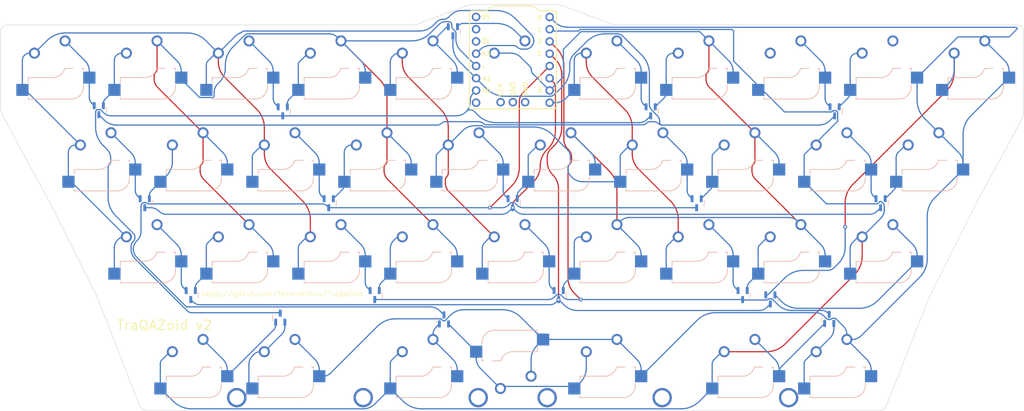
<source format=kicad_pcb>
(kicad_pcb (version 20211014) (generator pcbnew)
  (layers (0 "F.Cu" signal) (31 "B.Cu" signal) (34 "B.Paste" user) (35 "F.Paste" user) (36 "B.SilkS" user "B.Silkscreen") (37 "F.SilkS" user "F.Silkscreen") (38 "B.Mask" user) (39 "F.Mask" user) (44 "Edge.Cuts" user))
  (net 0 "")
  (net 8 "Net-(SW1-Pad2)")
  (net 9 "Net-(SW2-Pad1)")
  (net 10 "row0")
  (net 11 "Net-(D2-Pad1)")
  (net 12 "Net-(D2-Pad2)")
  (net 13 "row1")
  (net 14 "Net-(D3-Pad1)")
  (net 15 "Net-(D3-Pad2)")
  (net 16 "Net-(D4-Pad1)")
  (net 17 "Net-(D4-Pad2)")
  (net 18 "Net-(D5-Pad1)")
  (net 19 "Net-(D5-Pad2)")
  (net 20 "Net-(D6-Pad1)")
  (net 21 "Net-(D6-Pad2)")
  (net 22 "row2")
  (net 23 "Net-(D7-Pad1)")
  (net 24 "Net-(D7-Pad2)")
  (net 25 "row3")
  (net 26 "Net-(D8-Pad1)")
  (net 27 "Net-(D8-Pad2)")
  (net 28 "Net-(D9-Pad1)")
  (net 29 "Net-(D9-Pad2)")
  (net 30 "Net-(D10-Pad1)")
  (net 31 "Net-(D10-Pad2)")
  (net 32 "Net-(D11-Pad1)")
  (net 33 "Net-(D11-Pad2)")
  (net 34 "row4")
  (net 35 "Net-(D12-Pad1)")
  (net 36 "Net-(D12-Pad2)")
  (net 37 "row5")
  (net 38 "Net-(D13-Pad1)")
  (net 39 "Net-(D13-Pad2)")
  (net 40 "Net-(D14-Pad1)")
  (net 41 "Net-(D14-Pad2)")
  (net 42 "Net-(SW30-Pad2)")
  (net 43 "Net-(SW11-Pad1)")
  (net 44 "Net-(SW31-Pad2)")
  (net 45 "Net-(SW32-Pad1)")
  (net 46 "Net-(SW33-Pad2)")
  (net 47 "Net-(SW37-Pad1)")
  (net 48 "Net-(SW35-Pad2)")
  (net 49 "Net-(SW36-Pad1)")
  (net 50 "col0")
  (net 51 "col1")
  (net 52 "col2")
  (net 53 "col3")
  (net 54 "col4")
  (net 55 "col5")
  (footprint "BeiBob-KiCAD-footprints:SW_Kailh_socket_MX_optional" (layer "F.Cu") (at 52.3875 47.625)
    (fp_text reference "SW1" hide)
    (fp_text value "MX_SW_HS")
  )
  (footprint "BeiBob-KiCAD-footprints:SW_Kailh_socket_MX_optional" (layer "F.Cu") (at 61.9125 66.675)
    (fp_text reference "SW12" hide)
    (fp_text value "MX_SW_HS")
  )
  (footprint "BeiBob-KiCAD-footprints:SW_Kailh_socket_MX_optional" (layer "F.Cu") (at 80.9625 109.5375)
    (fp_text reference "SW31" hide)
    (fp_text value "MX_SW_HS")
  )
  (footprint "BeiBob-KiCAD-footprints:SW_Kailh_socket_MX_optional" (layer "F.Cu") (at 147.6375 109.5375 180)
    (fp_text reference "SW37" hide)
    (fp_text value "MX_SW_HS")
  )
  (footprint "BeiBob-KiCAD-footprints:SW_Kailh_socket_MX_optional" (layer "F.Cu") (at 119.0625 66.675)
    (fp_text reference "SW15" hide)
    (fp_text value "MX_SW_HS")
  )
  (footprint "BeiBob-KiCAD-footprints:SW_Kailh_socket_MX_optional" (layer "F.Cu") (at 214.3125 66.675)
    (fp_text reference "SW20" hide)
    (fp_text value "MX_SW_HS")
  )
  (footprint "BeiBob-KiCAD-footprints:SW_Kailh_socket_MX_optional" (layer "F.Cu") (at 128.5875 109.5375)
    (fp_text reference "SW33" hide)
    (fp_text value "MX_SW_HS")
  )
  (footprint "BeiBob-KiCAD-footprints:SW_Kailh_socket_MX_optional" (layer "F.Cu") (at 147.6375 85.725)
    (fp_text reference "SW26" hide)
    (fp_text value "MX_SW_HS")
  )
  (footprint "marbastlib:STAB_MX_P_2u" (layer "F.Cu") (at 166.6875 109.5375 180)
    (fp_text reference "S3" hide)
    (fp_text value "MX_stab")
  )
  (footprint "tiny2040:tiny2040" (layer "F.Cu") (at 138.675 45.233219)
    (fp_text reference "U1" hide)
    (fp_text value "tiny2040" hide)
  )
  (footprint "BeiBob-KiCAD-footprints:SW_Kailh_socket_MX_optional" (layer "F.Cu") (at 223.8375 47.625)
    (fp_text reference "SW10" hide)
    (fp_text value "MX_SW_HS")
  )
  (footprint "BeiBob-KiCAD-footprints:SW_Kailh_socket_MX_optional" (layer "F.Cu") (at 109.5375 47.625)
    (fp_text reference "SW4" hide)
    (fp_text value "MX_SW_HS")
  )
  (footprint "BeiBob-KiCAD-footprints:SW_Kailh_socket_MX_optional" (layer "F.Cu") (at 100.0125 109.5375)
    (fp_text reference "SW32" hide)
    (fp_text value "MX_SW_HS")
  )
  (footprint "BeiBob-KiCAD-footprints:SW_Kailh_socket_MX_optional" (layer "F.Cu") (at 195.2625 109.5375)
    (fp_text reference "SW35" hide)
    (fp_text value "MX_SW_HS")
  )
  (footprint "BeiBob-KiCAD-footprints:SW_Kailh_socket_MX_optional" (layer "F.Cu") (at 214.3125 109.5375)
    (fp_text reference "SW36" hide)
    (fp_text value "MX_SW_HS")
  )
  (footprint "BeiBob-KiCAD-footprints:SW_Kailh_socket_MX_optional" (layer "F.Cu") (at 138.1125 66.675)
    (fp_text reference "SW16" hide)
    (fp_text value "MX_SW_HS")
  )
  (footprint "BeiBob-KiCAD-footprints:SW_MX" (layer "F.Cu") (at 147.6375 47.625)
    (fp_text reference "SW6" hide)
    (fp_text value "MX_SW_HS")
  )
  (footprint "marbastlib:STAB_MX_P_2u" (layer "F.Cu") (at 128.5875 109.5375 180)
    (fp_text reference "S1" hide)
    (fp_text value "MX_stab")
  )
  (footprint "BeiBob-KiCAD-footprints:SW_Kailh_socket_MX_optional" (layer "F.Cu") (at 166.6875 85.725)
    (fp_text reference "SW27" hide)
    (fp_text value "MX_SW_HS")
  )
  (footprint "BeiBob-KiCAD-footprints:SW_Kailh_socket_MX_optional" (layer "F.Cu") (at 176.2125 66.675)
    (fp_text reference "SW18" hide)
    (fp_text value "MX_SW_HS")
  )
  (footprint "BeiBob-KiCAD-footprints:SW_Kailh_socket_MX_optional" (layer "F.Cu") (at 223.8375 85.725)
    (fp_text reference "SW30" hide)
    (fp_text value "MX_SW_HS")
  )
  (footprint "BeiBob-KiCAD-footprints:SW_Kailh_socket_MX_optional" (layer "F.Cu") (at 204.7875 47.625)
    (fp_text reference "SW9" hide)
    (fp_text value "MX_SW_HS")
  )
  (footprint "BeiBob-KiCAD-footprints:SW_Kailh_socket_MX_optional" (layer "F.Cu") (at 166.6875 47.625)
    (fp_text reference "SW7" hide)
    (fp_text value "MX_SW_HS")
  )
  (footprint "BeiBob-KiCAD-footprints:SW_Kailh_socket_MX_optional" (layer "F.Cu") (at 90.4875 47.625)
    (fp_text reference "SW3" hide)
    (fp_text value "MX_SW_HS")
  )
  (footprint "BeiBob-KiCAD-footprints:SW_Kailh_socket_MX_optional" (layer "F.Cu") (at 185.7375 85.725)
    (fp_text reference "SW28" hide)
    (fp_text value "MX_SW_HS")
  )
  (footprint "BeiBob-KiCAD-footprints:SW_Kailh_socket_MX_optional" (layer "F.Cu") (at 157.1625 66.675)
    (fp_text reference "SW17" hide)
    (fp_text value "MX_SW_HS")
  )
  (footprint "BeiBob-KiCAD-footprints:SW_Kailh_socket_MX_optional" (layer "F.Cu") (at 100.0125 66.675)
    (fp_text reference "SW14" hide)
    (fp_text value "MX_SW_HS")
  )
  (footprint "BeiBob-KiCAD-footprints:SW_Kailh_socket_MX_optional" (layer "F.Cu") (at 109.5375 85.725)
    (fp_text reference "SW24" hide)
    (fp_text value "MX_SW_HS")
  )
  (footprint "BeiBob-KiCAD-footprints:SW_Kailh_socket_MX_optional" (layer "F.Cu") (at 195.2625 66.675)
    (fp_text reference "SW19" hide)
    (fp_text value "MX_SW_HS")
  )
  (footprint "BeiBob-KiCAD-footprints:SW_Kailh_socket_MX_optional" (layer "F.Cu") (at 128.5875 85.725)
    (fp_text reference "SW25" hide)
    (fp_text value "MX_SW_HS")
  )
  (footprint "BeiBob-KiCAD-footprints:SW_Kailh_socket_MX_optional" (layer "F.Cu") (at 204.7875 85.725)
    (fp_text reference "SW29" hide)
    (fp_text value "MX_SW_HS")
  )
  (footprint "BeiBob-KiCAD-footprints:SW_Kailh_socket_MX_optional" (layer "F.Cu") (at 128.5875 47.625)
    (fp_text reference "SW5" hide)
    (fp_text value "MX_SW_HS")
  )
  (footprint "BeiBob-KiCAD-footprints:SW_Kailh_socket_MX_optional" (layer "F.Cu") (at 185.7375 47.625)
    (fp_text reference "SW8" hide)
    (fp_text value "MX_SW_HS")
  )
  (footprint "marbastlib:STAB_MX_P_7u" (layer "F.Cu") (at 147.6375 109.5375 180)
    (fp_text reference "S2" hide)
    (fp_text value "MX_stab")
  )
  (footprint "BeiBob-KiCAD-footprints:SW_Kailh_socket_MX_optional" (layer "F.Cu") (at 71.4375 47.625)
    (fp_text reference "SW2" hide)
    (fp_text value "MX_SW_HS")
  )
  (footprint "BeiBob-KiCAD-footprints:SW_Kailh_socket_MX_optional" (layer "F.Cu") (at 71.4375 85.725)
    (fp_text reference "SW22" hide)
    (fp_text value "MX_SW_HS")
  )
  (footprint "BeiBob-KiCAD-footprints:SW_Kailh_socket_MX_optional" (layer "F.Cu") (at 80.9625 66.675)
    (fp_text reference "SW13" hide)
    (fp_text value "MX_SW_HS")
  )
  (footprint "BeiBob-KiCAD-footprints:SW_Kailh_socket_MX_optional" (layer "F.Cu") (at 242.8875 47.625)
    (fp_text reference "SW11" hide)
    (fp_text value "MX_SW_HS")
  )
  (footprint "BeiBob-KiCAD-footprints:SW_Kailh_socket_MX_optional" (layer "F.Cu") (at 166.6875 109.5375)
    (fp_text reference "SW34" hide)
    (fp_text value "MX_SW_HS")
  )
  (footprint "BeiBob-KiCAD-footprints:SW_Kailh_socket_MX_optional" (layer "F.Cu") (at 90.4875 85.725)
    (fp_text reference "SW23" hide)
    (fp_text value "MX_SW_HS")
  )
  (footprint "BeiBob-KiCAD-footprints:SW_Kailh_socket_MX_optional" (layer "F.Cu") (at 233.3625 66.675)
    (fp_text reference "SW21" hide)
    (fp_text value "MX_SW_HS")
  )
  (footprint "Package_TO_SOT_SMD:SOT-23" (layer "B.Cu") (at 109.5375 76.2 -90)
    (fp_text reference "D7" hide)
    (fp_text value "BAV70")
  )
  (footprint "Package_TO_SOT_SMD:SOT-23" (layer "B.Cu") (at 80.9625 95.25 -90)
    (fp_text reference "D11" hide)
    (fp_text value "BAV70")
  )
  (footprint "Package_TO_SOT_SMD:SOT-23" (layer "B.Cu") (at 99.5 99.9375 90)
    (fp_text reference "D16" hide)
    (fp_text value "BAV70")
  )
  (footprint "Package_TO_SOT_SMD:SOT-23" (layer "B.Cu") (at 135.25 40.5375 -90)
    (fp_text reference "D3" hide)
    (fp_text value "BAV70")
  )
  (footprint "Package_TO_SOT_SMD:SOT-23" (layer "B.Cu") (at 157.1625 95.25 -90)
    (fp_text reference "D13" hide)
    (fp_text value "BAV70")
  )
  (footprint "Package_TO_SOT_SMD:SOT-23" (layer "B.Cu") (at 214.3125 57.15 -90)
    (fp_text reference "D5" hide)
    (fp_text value "BAV70")
  )
  (footprint "Package_TO_SOT_SMD:SOT-23" (layer "B.Cu") (at 223.8375 76.2 -90)
    (fp_text reference "D10" hide)
    (fp_text value "BAV70")
  )
  (footprint "Package_TO_SOT_SMD:SOT-23" (layer "B.Cu") (at 133.4 100.3 90)
    (fp_text reference "D17" hide)
    (fp_text value "BAV70")
  )
  (footprint "Package_TO_SOT_SMD:SOT-23" (layer "B.Cu") (at 176.2125 57.15 -90)
    (fp_text reference "D4" hide)
    (fp_text value "BAV70")
  )
  (footprint "Package_TO_SOT_SMD:SOT-23" (layer "B.Cu") (at 119.0625 95.25 -90)
    (fp_text reference "D12" hide)
    (fp_text value "BAV70")
  )
  (footprint "Package_TO_SOT_SMD:SOT-23" (layer "B.Cu") (at 71.4375 76.2 -90)
    (fp_text reference "D6" hide)
    (fp_text value "BAV70")
  )
  (footprint "Package_TO_SOT_SMD:SOT-23" (layer "B.Cu") (at 185.7375 76.2 -90)
    (fp_text reference "D9" hide)
    (fp_text value "BAV70")
  )
  (footprint "Package_TO_SOT_SMD:SOT-23" (layer "B.Cu") (at 100.0125 57.15 -90)
    (fp_text reference "D2" hide)
    (fp_text value "BAV70")
  )
  (footprint "Package_TO_SOT_SMD:SOT-23" (layer "B.Cu") (at 61.9125 56.9075 -90)
    (fp_text reference "D1" hide)
    (fp_text value "BAV70")
  )
  (footprint "Package_TO_SOT_SMD:SOT-23" (layer "B.Cu") (at 213.2 100.2 90)
    (fp_text reference "D18" hide)
    (fp_text value "BAV70")
  )
  (footprint "Package_TO_SOT_SMD:SOT-23" (layer "B.Cu") (at 195.2625 95.25 -90)
    (fp_text reference "D14" hide)
    (fp_text value "BAV70")
  )
  (footprint "Package_TO_SOT_SMD:SOT-23" (layer "B.Cu") (at 201 96.15 -90)
    (fp_text reference "D15" hide)
    (fp_text value "BAV70")
  )
  (footprint "Package_TO_SOT_SMD:SOT-23" (layer "B.Cu") (at 147.6375 76.2 -90)
    (fp_text reference "D8" hide)
    (fp_text value "BAV70")
  )
  (gr_line (start 158.606541 35.5) (end 168.75 39.25) (layer "Edge.Cuts") (width 0.1))
  (gr_line (start 52 76.5) (end 42 58) (layer "Edge.Cuts") (width 0.1))
  (gr_line (start 70.393475 118.284802) (end 61.5 95.5) (layer "Edge.Cuts") (width 0.1))
  (gr_line (start 253.5 40.833321) (end 253.5 57.000001) (layer "Edge.Cuts") (width 0.1))
  (gr_arc (start 41.5 40.833328) (mid 41.919677 39.728721) (end 43 39.25) (layer "Edge.Cuts") (width 0.1))
  (gr_arc (start 72 119.25) (mid 71.045926 119.018419) (end 70.393475 118.284802) (layer "Edge.Cuts") (width 0.1))
  (gr_arc (start 137.393459 35.5) (mid 138.67212 35.121709) (end 140 35) (layer "Edge.Cuts") (width 0.1))
  (gr_line (start 127.5 39.25) (end 137.393459 35.5) (layer "Edge.Cuts") (width 0.1))
  (gr_line (start 41.5 56) (end 41.5 40.833328) (layer "Edge.Cuts") (width 0.1))
  (gr_line (start 43 39.25) (end 127.5 39.25) (layer "Edge.Cuts") (width 0.1))
  (gr_line (start 140 35) (end 156 35) (layer "Edge.Cuts") (width 0.1))
  (gr_line (start 225 118.25) (end 234 95.5) (layer "Edge.Cuts") (width 0.1))
  (gr_line (start 61.5 95.5) (end 52 76.5) (layer "Edge.Cuts") (width 0.1))
  (gr_arc (start 253.5 57.000001) (mid 253.371802 58.030453) (end 253 59) (layer "Edge.Cuts") (width 0.1))
  (gr_line (start 234 95.5) (end 243.5 76.5) (layer "Edge.Cuts") (width 0.1))
  (gr_arc (start 42 58) (mid 41.671461 57.019636) (end 41.5 56) (layer "Edge.Cuts") (width 0.1))
  (gr_line (start 223.5 119.25) (end 72 119.25) (layer "Edge.Cuts") (width 0.1))
  (gr_arc (start 225 118.25) (mid 224.393466 118.965191) (end 223.5 119.25) (layer "Edge.Cuts") (width 0.1))
  (gr_arc (start 156 35) (mid 157.333907 35.09029) (end 158.606541 35.5) (layer "Edge.Cuts") (width 0.1))
  (gr_line (start 243.5 76.5) (end 253 59) (layer "Edge.Cuts") (width 0.1))
  (gr_line (start 168.75 39.25) (end 252 39.25) (layer "Edge.Cuts") (width 0.1))
  (gr_arc (start 252 39.25) (mid 253.089112 39.720394) (end 253.5 40.833321) (layer "Edge.Cuts") (width 0.1))
  (gr_text "TraQAZoid v2" (at 75.5 101.5) (layer "F.SilkS") (effects (font (size 2 2) (thickness 0.2))))
  (gr_text "https://github.com/Technofrikus/TraQAZoid" (at 100 95) (layer "F.SilkS") (effects (font (size 1 1) (thickness 0.1))))
  (segment (start 59.9475 54.237286) (end 59.9475 50.165) (width 0.25) (layer "B.Cu") (net 8))
  (segment (start 60.455 55.4625) (end 60.9625 55.97) (width 0.25) (layer "B.Cu") (net 8))
  (segment (start 59.9475 48.865) (end 59.9475 50.165) (width 0.25) (layer "B.Cu") (net 8))
  (segment (start 59.028261 46.645761) (end 54.9275 42.545) (width 0.25) (layer "B.Cu") (net 8))
  (arc (start 59.9475 54.237286) (mid 60.079394 54.900367) (end 60.455 55.4625) (width 0.25) (layer "B.Cu") (net 8))
  (arc (start 59.9475 48.865) (mid 59.708597 47.663956) (end 59.028261 46.645761) (width 0.25) (layer "B.Cu") (net 8))
  (segment (start 63.208982 54.643517) (end 65.139549 52.71295) (width 0.25) (layer "B.Cu") (net 9))
  (segment (start 66.632922 45.085) (end 67.6275 45.085) (width 0.25) (layer "B.Cu") (net 9))
  (segment (start 65.131599 52.677855) (end 65.131599 46.586323) (width 0.25) (layer "B.Cu") (net 9))
  (segment (start 62.8625 55.48) (end 62.8625 55.97) (width 0.25) (layer "B.Cu") (net 9))
  (arc (start 65.139549 52.697049) (mid 65.142842 52.704999) (end 65.139549 52.71295) (width 0.25) (layer "B.Cu") (net 9))
  (arc (start 66.632922 45.085) (mid 66.05839 45.199281) (end 65.571326 45.524727) (width 0.25) (layer "B.Cu") (net 9))
  (arc (start 65.131599 46.586323) (mid 65.24588 46.011791) (end 65.571326 45.524727) (width 0.25) (layer "B.Cu") (net 9))
  (arc (start 65.131599 52.677855) (mid 65.133665 52.688242) (end 65.139549 52.697049) (width 0.25) (layer "B.Cu") (net 9))
  (arc (start 63.208982 54.643517) (mid 62.952547 55.027298) (end 62.8625 55.48) (width 0.25) (layer "B.Cu") (net 9))
  (segment (start 156.335021 53.614978) (end 157.92972 52.020279) (width 0.25) (layer "B.Cu") (net 10))
  (segment (start 142.202507 52.433107) (end 140.055 50.2856) (width 0.25) (layer "B.Cu") (net 10))
  (segment (start 133.694974 59.3) (end 140.703984 59.3) (width 0.25) (layer "B.Cu") (net 10))
  (segment (start 177.590618 58.049869) (end 176.502458 56.961709) (width 0.25) (layer "B.Cu") (net 10))
  (segment (start 142.273223 59.95) (end 174.526776 59.95) (width 0.25) (layer "B.Cu") (net 10))
  (segment (start 159.45 48.35) (end 159.45 47.426332) (width 0.25) (layer "B.Cu") (net 10))
  (segment (start 175.95 55.627956) (end 175.95 49.329563) (width 0.25) (layer "B.Cu") (net 10))
  (segment (start 176.096015 59.3) (end 176.905025 59.3) (width 0.25) (layer "B.Cu") (net 10))
  (segment (start 178.1 59.505025) (end 178.1 59.279625) (width 0.25) (layer "B.Cu") (net 10))
  (segment (start 162.979206 42.670792) (end 160.317148 45.332851) (width 0.25) (layer "B.Cu") (net 10))
  (segment (start 169.260127 41.077) (end 166.826963 41.077) (width 0.25) (layer "B.Cu") (net 10))
  (segment (start 132.005025 60) (end 65.591315 60) (width 0.25) (layer "B.Cu") (net 10))
  (segment (start 136.666193 46.896793) (end 140.055 50.2856) (width 0.25) (layer "B.Cu") (net 10))
  (segment (start 178.594974 60) (end 211.047658 60) (width 0.25) (layer "B.Cu") (net 10))
  (segment (start 135.25 43.4778) (end 135.25 41.475) (width 0.25) (layer "B.Cu") (net 10))
  (segment (start 170.440204 41.565804) (end 174.356207 45.481807) (width 0.25) (layer "B.Cu") (net 10))
  (segment (start 155.340552 54.0269) (end 146.050263 54.0269) (width 0.25) (layer "B.Cu") (net 10))
  (segment (start 213.35625 59.04375) (end 214.3125 58.0875) (width 0.25) (layer "B.Cu") (net 10))
  (segment (start 62.99 58.9225) (end 61.9125 57.845) (width 0.25) (layer "B.Cu") (net 10))
  (arc (start 159.45 47.426332) (mid 159.675364 46.293348) (end 160.317148 45.332851) (width 0.25) (layer "B.Cu") (net 10))
  (arc (start 175.95 55.627956) (mid 176.093579 56.349778) (end 176.502458 56.961709) (width 0.25) (layer "B.Cu") (net 10))
  (arc (start 65.591315 60) (mid 64.183493 59.719966) (end 62.99 58.9225) (width 0.25) (layer "B.Cu") (net 10))
  (arc (start 213.35625 59.04375) (mid 212.297059 59.751478) (end 211.047658 60) (width 0.25) (layer "B.Cu") (net 10))
  (arc (start 175.95 49.329563) (mid 175.535786 47.247172) (end 174.356207 45.481807) (width 0.25) (layer "B.Cu") (net 10))
  (arc (start 159.45 48.35) (mid 159.054892 50.33634) (end 157.92972 52.020279) (width 0.25) (layer "B.Cu") (net 10))
  (arc (start 142.202507 52.433107) (mid 143.967872 53.612686) (end 146.050263 54.0269) (width 0.25) (layer "B.Cu") (net 10))
  (arc (start 178.1 59.505025) (mid 177.973434 59.694443) (end 177.75 59.65) (width 0.25) (layer "B.Cu") (net 10))
  (arc (start 155.340552 54.0269) (mid 155.878755 53.919845) (end 156.335021 53.614978) (width 0.25) (layer "B.Cu") (net 10))
  (arc (start 176.096015 59.3) (mid 175.671382 59.384464) (end 175.311396 59.625) (width 0.25) (layer "B.Cu") (net 10))
  (arc (start 177.590618 58.049869) (mid 177.967615 58.614086) (end 178.1 59.279625) (width 0.25) (layer "B.Cu") (net 10))
  (arc (start 174.526776 59.95) (mid 174.951409 59.865535) (end 175.311396 59.625) (width 0.25) (layer "B.Cu") (net 10))
  (arc (start 169.260127 41.077) (mid 169.89878 41.204036) (end 170.440204 41.565804) (width 0.25) (layer "B.Cu") (net 10))
  (arc (start 178.594974 60) (mid 178.244974 59.855025) (end 178.1 59.505025) (width 0.25) (layer "B.Cu") (net 10))
  (arc (start 178.594974 60) (mid 178.137677 59.909037) (end 177.75 59.65) (width 0.25) (layer "B.Cu") (net 10))
  (arc (start 176.905025 59.3) (mid 177.362322 59.390962) (end 177.75 59.65) (width 0.25) (layer "B.Cu") (net 10))
  (arc (start 166.826963 41.077) (mid 164.744572 41.491213) (end 162.979206 42.670792) (width 0.25) (layer "B.Cu") (net 10))
  (arc (start 142.273223 59.95) (mid 141.84859 59.865535) (end 141.488604 59.625) (width 0.25) (layer "B.Cu") (net 10))
  (arc (start 140.703984 59.3) (mid 141.128617 59.384464) (end 141.488604 59.625) (width 0.25) (layer "B.Cu") (net 10))
  (arc (start 135.25 43.4778) (mid 135.618056 45.328145) (end 136.666193 46.896793) (width 0.25) (layer "B.Cu") (net 10))
  (arc (start 132.005025 60) (mid 132.462322 59.909037) (end 132.85 59.65) (width 0.25) (layer "B.Cu") (net 10))
  (arc (start 133.694974 59.3) (mid 133.237677 59.390962) (end 132.85 59.65) (width 0.25) (layer "B.Cu") (net 10))
  (segment (start 98.0475 54.479786) (end 98.0475 50.165) (width 0.25) (layer "B.Cu") (net 11))
  (segment (start 98.0475 48.865) (end 98.0475 50.165) (width 0.25) (layer "B.Cu") (net 11))
  (segment (start 97.128261 46.645761) (end 93.0275 42.545) (width 0.25) (layer "B.Cu") (net 11))
  (segment (start 98.555 55.705) (end 99.0625 56.2125) (width 0.25) (layer "B.Cu") (net 11))
  (arc (start 98.0475 48.865) (mid 97.808597 47.663956) (end 97.128261 46.645761) (width 0.25) (layer "B.Cu") (net 11))
  (arc (start 98.555 55.705) (mid 98.179394 55.142867) (end 98.0475 54.479786) (width 0.25) (layer "B.Cu") (net 11))
  (segment (start 100.9625 55.60125) (end 100.9625 56.2125) (width 0.25) (layer "B.Cu") (net 12))
  (segment (start 103.407995 46.940818) (end 105.099876 45.248937) (width 0.25) (layer "B.Cu") (net 12))
  (segment (start 105.495657 45.085) (end 105.7275 45.085) (width 0.25) (layer "B.Cu") (net 12))
  (segment (start 103.239549 52.71295) (end 101.394719 54.55778) (width 0.25) (layer "B.Cu") (net 12))
  (segment (start 103.231599 47.366676) (end 103.231599 52.677855) (width 0.25) (layer "B.Cu") (net 12))
  (arc (start 103.239549 52.697049) (mid 103.233665 52.688242) (end 103.231599 52.677855) (width 0.25) (layer "B.Cu") (net 12))
  (arc (start 105.495657 45.085) (mid 105.281461 45.127605) (end 105.099876 45.248937) (width 0.25) (layer "B.Cu") (net 12))
  (arc (start 103.239549 52.71295) (mid 103.242842 52.704999) (end 103.239549 52.697049) (width 0.25) (layer "B.Cu") (net 12))
  (arc (start 100.9625 55.60125) (mid 101.07483 55.036528) (end 101.394719 54.55778) (width 0.25) (layer "B.Cu") (net 12))
  (arc (start 103.407995 46.940818) (mid 103.277443 47.136203) (end 103.231599 47.366676) (width 0.25) (layer "B.Cu") (net 12))
  (segment (start 99.456799 98.956799) (end 99.5 99) (width 0.25) (layer "B.Cu") (net 13))
  (segment (start 68.6 85.737985) (end 68.6 85.141656) (width 0.25) (layer "B.Cu") (net 13))
  (segment (start 139.676348 57.176348) (end 140.42685 57.92685) (width 0.25) (layer "B.Cu") (net 13))
  (segment (start 64.487025 58.0875) (end 100.0125 58.0875) (width 0.25) (layer "B.Cu") (net 13))
  (segment (start 135.893918 58.0875) (end 100.0125 58.0875) (width 0.25) (layer "B.Cu") (net 13))
  (segment (start 62.104585 56.7825) (end 61.694715 56.7825) (width 0.25) (layer "B.Cu") (net 13))
  (segment (start 139.45435 53.42625) (end 140.055 52.8256) (width 0.25) (layer "B.Cu") (net 13))
  (segment (start 138.854679 55.14532) (end 138.8537 55.1463) (width 0.25) (layer "B.Cu") (net 13))
  (segment (start 62.808962 64.221329) (end 63.612156 65.024523) (width 0.25) (layer "B.Cu") (net 13))
  (segment (start 69.054942 84.121028) (end 69 84.175971) (width 0.25) (layer "B.Cu") (net 13))
  (segment (start 62.368616 56.891865) (end 62.911751 57.435) (width 0.25) (layer "B.Cu") (net 13))
  (segment (start 61.25 60.457661) (end 61.25 57.321517) (width 0.25) (layer "B.Cu") (net 13))
  (segment (start 64.367924 66.849107) (end 64.367924 67.549927) (width 0.25) (layer "B.Cu") (net 13))
  (segment (start 175.50625 58.79375) (end 176.2125 58.0875) (width 0.25) (layer "B.Cu") (net 13))
  (segment (start 137.986799 57.220599) (end 138.031051 57.176348) (width 0.25) (layer "B.Cu") (net 13))
  (segment (start 138.855659 54.742062) (end 138.855659 55.142955) (width 0.25) (layer "B.Cu") (net 13))
  (segment (start 173.801211 59.5) (end 144.22477 59.5) (width 0.25) (layer "B.Cu") (net 13))
  (segment (start 63.847499 74.993535) (end 63.847499 68.806345) (width 0.25) (layer "B.Cu") (net 13))
  (segment (start 65.441291 78.841291) (end 69.054942 82.454942) (width 0.25) (layer "B.Cu") (net 13))
  (segment (start 81.244094 98.913599) (end 99.352504 98.913599) (width 0.25) (layer "B.Cu") (net 13))
  (segment (start 61.474555 56.873693) (end 61.407874 56.940374) (width 0.25) (layer "B.Cu") (net 13))
  (segment (start 80.167772 98.467772) (end 69.421668 87.721668) (width 0.25) (layer "B.Cu") (net 13))
  (arc (start 64.367924 67.549927) (mid 64.300296 67.889911) (end 64.107711 68.178136) (width 0.25) (layer "B.Cu") (net 13))
  (arc (start 64.107711 68.178136) (mid 63.915125 68.46636) (end 63.847499 68.806345) (width 0.25) (layer "B.Cu") (net 13))
  (arc (start 138.031051 57.176348) (mid 138.639883 56.265132) (end 138.8537 55.1903) (width 0.25) (layer "B.Cu") (net 13))
  (arc (start 138.031051 57.176348) (mid 138.853699 56.835596) (end 139.676348 57.176348) (width 0.25) (layer "B.Cu") (net 13))
  (arc (start 68.6 85.737985) (mid 68.813544 86.811546) (end 69.421668 87.721668) (width 0.25) (layer "B.Cu") (net 13))
  (arc (start 61.474555 56.873693) (mid 61.575565 56.8062) (end 61.694715 56.7825) (width 0.25) (layer "B.Cu") (net 13))
  (arc (start 69.054942 84.121028) (mid 69.310322 83.738824) (end 69.4 83.287985) (width 0.25) (layer "B.Cu") (net 13))
  (arc (start 65.441291 78.841291) (mid 64.261712 77.075925) (end 63.847499 74.993535) (width 0.25) (layer "B.Cu") (net 13))
  (arc (start 61.407874 56.940374) (mid 61.29103 57.115244) (end 61.25 57.321517) (width 0.25) (layer "B.Cu") (net 13))
  (arc (start 81.244094 98.913599) (mid 80.661593 98.797732) (end 80.167772 98.467772) (width 0.25) (layer "B.Cu") (net 13))
  (arc (start 62.104585 56.7825) (mid 62.247478 56.810923) (end 62.368616 56.891865) (width 0.25) (layer "B.Cu") (net 13))
  (arc (start 64.487025 58.0875) (mid 63.634492 57.91792) (end 62.911751 57.435) (width 0.25) (layer "B.Cu") (net 13))
  (arc (start 64.367924 66.849107) (mid 64.171506 65.861649) (end 63.612156 65.024523) (width 0.25) (layer "B.Cu") (net 13))
  (arc (start 69 84.175971) (mid 68.703956 84.619031) (end 68.6 85.141656) (width 0.25) (layer "B.Cu") (net 13))
  (arc (start 137.986799 57.220599) (mid 137.026577 57.862199) (end 135.893918 58.0875) (width 0.25) (layer "B.Cu") (net 13))
  (arc (start 99.456799 98.956799) (mid 99.408948 98.924826) (end 99.352504 98.913599) (width 0.25) (layer "B.Cu") (net 13))
  (arc (start 61.25 60.457661) (mid 61.655161 62.494543) (end 62.808962 64.221329) (width 0.25) (layer "B.Cu") (net 13))
  (arc (start 138.855659 54.742062) (mid 139.0365 54.02999) (end 139.45435 53.42625) (width 0.25) (layer "B.Cu") (net 13))
  (arc (start 175.50625 58.79375) (mid 174.723971 59.316451) (end 173.801211 59.5) (width 0.25) (layer "B.Cu") (net 13))
  (arc (start 69.4 83.287985) (mid 69.310322 82.837145) (end 69.054942 82.454942) (width 0.25) (layer "B.Cu") (net 13))
  (arc (start 138.855659 55.142955) (mid 138.855404 55.144235) (end 138.854679 55.14532) (width 0.25) (layer "B.Cu") (net 13))
  (arc (start 144.22477 59.5) (mid 142.16935 59.091151) (end 140.42685 57.92685) (width 0.25) (layer "B.Cu") (net 13))
  (segment (start 134.18625 39.6) (end 134.3 39.6) (width 0.25) (layer "B.Cu") (net 14))
  (segment (start 136.1475 48.865) (end 136.1475 50.165) (width 0.25) (layer "B.Cu") (net 14))
  (segment (start 133.992066 39.680433) (end 131.1275 42.545) (width 0.25) (layer "B.Cu") (net 14))
  (segment (start 135.228261 46.645761) (end 131.1275 42.545) (width 0.25) (layer "B.Cu") (net 14))
  (arc (start 136.1475 48.865) (mid 135.908597 47.663956) (end 135.228261 46.645761) (width 0.25) (layer "B.Cu") (net 14))
  (arc (start 133.992066 39.680433) (mid 134.081158 39.620903) (end 134.18625 39.6) (width 0.25) (layer "B.Cu") (net 14))
  (segment (start 148.150592 40.518092) (end 150.1775 42.545) (width 0.25) (layer "B.Cu") (net 15))
  (segment (start 144.302836 38.9243) (end 137.353492 38.9243) (width 0.25) (layer "B.Cu") (net 15))
  (segment (start 136.53785 39.26215) (end 136.2 39.6) (width 0.25) (layer "B.Cu") (net 15))
  (arc (start 144.302836 38.9243) (mid 146.385226 39.338513) (end 148.150592 40.518092) (width 0.25) (layer "B.Cu") (net 15))
  (arc (start 136.53785 39.26215) (mid 136.912069 39.012104) (end 137.353492 38.9243) (width 0.25) (layer "B.Cu") (net 15))
  (segment (start 174.2475 54.479786) (end 174.2475 50.165) (width 0.25) (layer "B.Cu") (net 16))
  (segment (start 174.755 55.705) (end 175.2625 56.2125) (width 0.25) (layer "B.Cu") (net 16))
  (segment (start 173.328261 46.645761) (end 169.2275 42.545) (width 0.25) (layer "B.Cu") (net 16))
  (segment (start 174.2475 48.865) (end 174.2475 50.165) (width 0.25) (layer "B.Cu") (net 16))
  (arc (start 174.2475 54.479786) (mid 174.379394 55.142867) (end 174.755 55.705) (width 0.25) (layer "B.Cu") (net 16))
  (arc (start 173.328261 46.645761) (mid 174.008597 47.663956) (end 174.2475 48.865) (width 0.25) (layer "B.Cu") (net 16))
  (segment (start 179.4475 52.716243) (end 179.4475 53.31625) (width 0.25) (layer "B.Cu") (net 17))
  (segment (start 180.932922 45.085) (end 181.9275 45.085) (width 0.25) (layer "B.Cu") (net 17))
  (segment (start 179.431599 52.677855) (end 179.431599 46.586323) (width 0.25) (layer "B.Cu") (net 17))
  (segment (start 179.01528 54.359719) (end 177.1625 56.2125) (width 0.25) (layer "B.Cu") (net 17))
  (arc (start 179.431599 52.677855) (mid 179.433665 52.688242) (end 179.439549 52.697049) (width 0.25) (layer "B.Cu") (net 17))
  (arc (start 179.871326 45.524727) (mid 180.35839 45.199281) (end 180.932922 45.085) (width 0.25) (layer "B.Cu") (net 17))
  (arc (start 179.871326 45.524727) (mid 179.54588 46.011791) (end 179.431599 46.586323) (width 0.25) (layer "B.Cu") (net 17))
  (arc (start 179.01528 54.359719) (mid 179.335169 53.880971) (end 179.4475 53.31625) (width 0.25) (layer "B.Cu") (net 17))
  (arc (start 179.4475 52.716243) (mid 179.445433 52.705855) (end 179.439549 52.697049) (width 0.25) (layer "B.Cu") (net 17))
  (segment (start 211.428261 46.645761) (end 207.3275 42.545) (width 0.25) (layer "B.Cu") (net 18))
  (segment (start 212.3475 50.165) (end 212.3475 54.479786) (width 0.25) (layer "B.Cu") (net 18))
  (segment (start 212.855 55.705) (end 213.3625 56.2125) (width 0.25) (layer "B.Cu") (net 18))
  (segment (start 212.3475 48.865) (end 212.3475 50.165) (width 0.25) (layer "B.Cu") (net 18))
  (arc (start 212.3475 48.865) (mid 212.108597 47.663956) (end 211.428261 46.645761) (width 0.25) (layer "B.Cu") (net 18))
  (arc (start 212.855 55.705) (mid 212.479394 55.142867) (end 212.3475 54.479786) (width 0.25) (layer "B.Cu") (net 18))
  (segment (start 217.5475 52.716243) (end 217.5475 53.31625) (width 0.25) (layer "B.Cu") (net 19))
  (segment (start 217.531599 52.677855) (end 217.531599 46.586323) (width 0.25) (layer "B.Cu") (net 19))
  (segment (start 217.11528 54.359719) (end 215.2625 56.2125) (width 0.25) (layer "B.Cu") (net 19))
  (segment (start 219.032922 45.085) (end 220.0275 45.085) (width 0.25) (layer "B.Cu") (net 19))
  (arc (start 217.5475 53.31625) (mid 217.435169 53.880971) (end 217.11528 54.359719) (width 0.25) (layer "B.Cu") (net 19))
  (arc (start 217.531599 52.677855) (mid 217.533665 52.688242) (end 217.539549 52.697049) (width 0.25) (layer "B.Cu") (net 19))
  (arc (start 217.531599 46.586323) (mid 217.64588 46.011791) (end 217.971326 45.524727) (width 0.25) (layer "B.Cu") (net 19))
  (arc (start 219.032922 45.085) (mid 218.45839 45.199281) (end 217.971326 45.524727) (width 0.25) (layer "B.Cu") (net 19))
  (arc (start 217.5475 52.716243) (mid 217.545433 52.705855) (end 217.539549 52.697049) (width 0.25) (layer "B.Cu") (net 19))
  (segment (start 69.4725 69.215) (end 69.4725 73.529786) (width 0.25) (layer "B.Cu") (net 20))
  (segment (start 69.98 74.755) (end 70.4875 75.2625) (width 0.25) (layer "B.Cu") (net 20))
  (segment (start 68.553261 65.695761) (end 64.4525 61.595) (width 0.25) (layer "B.Cu") (net 20))
  (segment (start 69.4725 67.915) (end 69.4725 69.215) (width 0.25) (layer "B.Cu") (net 20))
  (arc (start 69.98 74.755) (mid 69.604394 74.192867) (end 69.4725 73.529786) (width 0.25) (layer "B.Cu") (net 20))
  (arc (start 69.4725 67.915) (mid 69.233597 66.713956) (end 68.553261 65.695761) (width 0.25) (layer "B.Cu") (net 20))
  (segment (start 77.1525 67.564052) (end 77.1525 64.135) (width 0.25) (layer "B.Cu") (net 21))
  (segment (start 74.706338 71.746161) (end 75.924999 70.527499) (width 0.25) (layer "B.Cu") (net 21))
  (segment (start 72.3875 74.65125) (end 72.3875 75.2625) (width 0.25) (layer "B.Cu") (net 21))
  (segment (start 72.819718 73.60778) (end 74.663661 71.763838) (width 0.25) (layer "B.Cu") (net 21))
  (arc (start 74.706338 71.746161) (mid 74.696548 71.752702) (end 74.685 71.755) (width 0.25) (layer "B.Cu") (net 21))
  (arc (start 74.685 71.755) (mid 74.673451 71.757296) (end 74.663661 71.763838) (width 0.25) (layer "B.Cu") (net 21))
  (arc (start 77.1525 67.564052) (mid 76.833482 69.167858) (end 75.924999 70.527499) (width 0.25) (layer "B.Cu") (net 21))
  (arc (start 72.819718 73.60778) (mid 72.499829 74.086528) (end 72.3875 74.65125) (width 0.25) (layer "B.Cu") (net 21))
  (segment (start 147.6375 77.1375) (end 147.6375 76.6) (width 0.25) (layer "F.Cu") (net 22))
  (segment (start 154.710837 65.140133) (end 154.92315 64.927821) (width 0.25) (layer "F.Cu") (net 22))
  (segment (start 155.89565 50.88625) (end 155.295 50.2856) (width 0.25) (layer "F.Cu") (net 22))
  (segment (start 148.017569 75.68243) (end 151.989162 71.710837) (width 0.25) (layer "F.Cu") (net 22))
  (segment (start 156.4963 61.1299) (end 156.4963 52.336347) (width 0.25) (layer "F.Cu") (net 22))
  (via (at 147.6375 77.1375) (size 0.8) (drill 0.4) (layers "F.Cu" "B.Cu") (net 22))
  (arc (start 154.92315 64.927821) (mid 156.087451 63.18532) (end 156.4963 61.1299) (width 0.25) (layer "F.Cu") (net 22))
  (arc (start 147.6375 76.6) (mid 147.736276 76.103414) (end 148.017569 75.68243) (width 0.25) (layer "F.Cu") (net 22))
  (arc (start 153.35 68.425485) (mid 152.996329 70.203504) (end 151.989162 71.710837) (width 0.25) (layer "F.Cu") (net 22))
  (arc (start 153.35 68.425485) (mid 153.70367 66.647465) (end 154.710837 65.140133) (width 0.25) (layer "F.Cu") (net 22))
  (arc (start 155.89565 50.88625) (mid 156.340196 51.55156) (end 156.4963 52.336347) (width 0.25) (layer "F.Cu") (net 22))
  (segment (start 149.963432 78.5) (end 221.511567 78.5) (width 0.25) (layer "B.Cu") (net 22))
  (segment (start 72.674067 77.1375) (end 71.4375 77.1375) (width 0.25) (layer "B.Cu") (net 22))
  (segment (start 147.6375 77.1375) (end 148.31875 77.81875) (width 0.25) (layer "B.Cu") (net 22))
  (segment (start 147.6375 77.1375) (end 146.95625 77.81875) (width 0.25) (layer "B.Cu") (net 22))
  (segment (start 75.963432 78.5) (end 145.311567 78.5) (width 0.25) (layer "B.Cu") (net 22))
  (segment (start 223.15625 77.81875) (end 223.8375 77.1375) (width 0.25) (layer "B.Cu") (net 22))
  (arc (start 149.963432 78.5) (mid 149.073336 78.322948) (end 148.31875 77.81875) (width 0.25) (layer "B.Cu") (net 22))
  (arc (start 74.31875 77.81875) (mid 75.073336 78.322948) (end 75.963432 78.5) (width 0.25) (layer "B.Cu") (net 22))
  (arc (start 74.31875 77.81875) (mid 73.564163 77.314551) (end 72.674067 77.1375) (width 0.25) (layer "B.Cu") (net 22))
  (arc (start 146.95625 77.81875) (mid 146.201663 78.322948) (end 145.311567 78.5) (width 0.25) (layer "B.Cu") (net 22))
  (arc (start 221.511567 78.5) (mid 222.401663 78.322948) (end 223.15625 77.81875) (width 0.25) (layer "B.Cu") (net 22))
  (segment (start 106.653261 65.695761) (end 102.5525 61.595) (width 0.25) (layer "B.Cu") (net 23))
  (segment (start 107.5725 69.215) (end 107.5725 67.915) (width 0.25) (layer "B.Cu") (net 23))
  (segment (start 108.08 74.755) (end 108.5875 75.2625) (width 0.25) (layer "B.Cu") (net 23))
  (segment (start 107.5725 69.215) (end 107.5725 73.529786) (width 0.25) (layer "B.Cu") (net 23))
  (arc (start 106.653261 65.695761) (mid 107.333597 66.713956) (end 107.5725 67.915) (width 0.25) (layer "B.Cu") (net 23))
  (arc (start 107.5725 73.529786) (mid 107.704394 74.192867) (end 108.08 74.755) (width 0.25) (layer "B.Cu") (net 23))
  (segment (start 114.257922 64.135) (end 115.2525 64.135) (width 0.25) (layer "B.Cu") (net 24))
  (segment (start 112.7725 72.36625) (end 112.7725 71.766243) (width 0.25) (layer "B.Cu") (net 24))
  (segment (start 112.34028 73.409719) (end 110.4875 75.2625) (width 0.25) (layer "B.Cu") (net 24))
  (segment (start 112.756599 65.636323) (end 112.756599 71.727855) (width 0.25) (layer "B.Cu") (net 24))
  (arc (start 112.7725 72.36625) (mid 112.660169 72.930971) (end 112.34028 73.409719) (width 0.25) (layer "B.Cu") (net 24))
  (arc (start 113.196326 64.574727) (mid 113.68339 64.249281) (end 114.257922 64.135) (width 0.25) (layer "B.Cu") (net 24))
  (arc (start 112.764549 71.747049) (mid 112.770433 71.755855) (end 112.7725 71.766243) (width 0.25) (layer "B.Cu") (net 24))
  (arc (start 112.756599 65.636323) (mid 112.87088 65.061791) (end 113.196326 64.574727) (width 0.25) (layer "B.Cu") (net 24))
  (arc (start 112.764549 71.747049) (mid 112.758665 71.738242) (end 112.756599 71.727855) (width 0.25) (layer "B.Cu") (net 24))
  (segment (start 149.833663 53.206936) (end 155.295 47.7456) (width 0.25) (layer "F.Cu") (net 25))
  (segment (start 142.9125 77.1375) (end 147.419907 72.630092) (width 0.25) (layer "F.Cu") (net 25))
  (segment (start 149.0137 55.186502) (end 149.0137 68.782336) (width 0.25) (layer "F.Cu") (net 25))
  (via (at 142.9125 77.1375) (size 0.8) (drill 0.4) (layers "F.Cu" "B.Cu") (net 25))
  (arc (start 147.419907 72.630092) (mid 148.599486 70.864726) (end 149.0137 68.782336) (width 0.25) (layer "F.Cu") (net 25))
  (arc (start 149.0137 55.186502) (mid 149.226801 54.115169) (end 149.833663 53.206936) (width 0.25) (layer "F.Cu") (net 25))
  (segment (start 151.966952 77.1375) (end 151.855446 77.1375) (width 0.25) (layer "B.Cu") (net 25))
  (segment (start 109.5375 77.1375) (end 142.9125 77.1375) (width 0.25) (layer "B.Cu") (net 25))
  (segment (start 69.859299 83.953067) (end 69.762434 84.049932) (width 0.25) (layer "B.Cu") (net 25))
  (segment (start 69.762434 87.400067) (end 80.049061 97.686694) (width 0.25) (layer "B.Cu") (net 25))
  (segment (start 150.986697 77.1375) (end 150.722553 77.1375) (width 0.25) (layer "B.Cu") (net 25))
  (segment (start 155.054413 77.1375) (end 156.278247 77.1375) (width 0.25) (layer "B.Cu") (net 25))
  (segment (start 132.56875 98.53125) (end 133.4 99.3625) (width 0.25) (layer "B.Cu") (net 25))
  (segment (start 70.65 82.044147) (end 70.65 76.827405) (width 0.25) (layer "B.Cu") (net 25))
  (segment (start 145.476948 77.1375) (end 142.9125 77.1375) (width 0.25) (layer "B.Cu") (net 25))
  (segment (start 147.735208 76.075) (end 147.425593 76.075) (width 0.25) (layer "B.Cu") (net 25))
  (segment (start 150.194265 77.1375) (end 149.930122 77.1375) (width 0.25) (layer "B.Cu") (net 25))
  (segment (start 70.955878 76.20987) (end 70.870374 76.295374) (width 0.25) (layer "B.Cu") (net 25))
  (segment (start 152.078458 77.1375) (end 152.718251 77.1375) (width 0.25) (layer "B.Cu") (net 25))
  (segment (start 159.893996 77.1375) (end 185.7375 77.1375) (width 0.25) (layer "B.Cu") (net 25))
  (segment (start 109.145374 76.745374) (end 109.5375 77.1375) (width 0.25) (layer "B.Cu") (net 25))
  (segment (start 151.855446 77.1375) (end 150.986697 77.1375) (width 0.25) (layer "B.Cu") (net 25))
  (segment (start 147.195399 76.170349) (end 146.759498 76.606249) (width 0.25) (layer "B.Cu") (net 25))
  (segment (start 108.198699 76.353249) (end 72.259251 76.353249) (width 0.25) (layer "B.Cu") (net 25))
  (segment (start 150.722553 77.1375) (end 150.458409 77.1375) (width 0.25) (layer "B.Cu") (net 25))
  (segment (start 130.561934 97.7) (end 80.120001 97.7) (width 0.25) (layer "B.Cu") (net 25))
  (segment (start 80.081183 97.7) (end 80.1 97.7) (width 0.25) (layer "B.Cu") (net 25))
  (segment (start 155.054413 77.1375) (end 153.886332 77.1375) (width 0.25) (layer "B.Cu") (net 25))
  (segment (start 150.194265 77.1375) (end 150.458409 77.1375) (width 0.25) (layer "B.Cu") (net 25))
  (segment (start 159.893996 77.1375) (end 156.278247 77.1375) (width 0.25) (layer "B.Cu") (net 25))
  (segment (start 153.886332 77.1375) (end 152.718251 77.1375) (width 0.25) (layer "B.Cu") (net 25))
  (segment (start 149.930122 77.1375) (end 149.798051 77.1375) (width 0.25) (layer "B.Cu") (net 25))
  (segment (start 148.160351 76.2511) (end 148.515501 76.60625) (width 0.25) (layer "B.Cu") (net 25))
  (segment (start 152.078458 77.1375) (end 151.966952 77.1375) (width 0.25) (layer "B.Cu") (net 25))
  (segment (start 71.281484 76.075) (end 71.587499 76.075) (width 0.25) (layer "B.Cu") (net 25))
  (arc (start 69.068599 85.725) (mid 69.24892 86.631539) (end 69.762434 87.400067) (width 0.25) (layer "B.Cu") (net 25))
  (arc (start 145.476948 77.1375) (mid 146.171059 76.999432) (end 146.759498 76.606249) (width 0.25) (layer "B.Cu") (net 25))
  (arc (start 147.195399 76.170349) (mid 147.301013 76.09978) (end 147.425593 76.075) (width 0.25) (layer "B.Cu") (net 25))
  (arc (start 80.049061 97.686694) (mid 80.063799 97.696541) (end 80.081183 97.7) (width 0.25) (layer "B.Cu") (net 25))
  (arc (start 70.870374 76.295374) (mid 70.707273 76.539472) (end 70.65 76.827405) (width 0.25) (layer "B.Cu") (net 25))
  (arc (start 69.859299 83.953067) (mid 70.444503 83.077247) (end 70.65 82.044147) (width 0.25) (layer "B.Cu") (net 25))
  (arc (start 69.068599 85.725) (mid 69.24892 84.818459) (end 69.762434 84.049932) (width 0.25) (layer "B.Cu") (net 25))
  (arc (start 130.561934 97.7) (mid 131.648015 97.916034) (end 132.56875 98.53125) (width 0.25) (layer "B.Cu") (net 25))
  (arc (start 70.955878 76.20987) (mid 71.105267 76.110052) (end 71.281484 76.075) (width 0.25) (layer "B.Cu") (net 25))
  (arc (start 148.160351 76.2511) (mid 147.965294 76.120767) (end 147.735208 76.075) (width 0.25) (layer "B.Cu") (net 25))
  (arc (start 108.198699 76.353249) (mid 108.711036 76.455158) (end 109.145374 76.745374) (width 0.25) (layer "B.Cu") (net 25))
  (arc (start 71.923375 76.214124) (mid 72.077476 76.317091) (end 72.259251 76.353249) (width 0.25) (layer "B.Cu") (net 25))
  (arc (start 149.798051 77.1375) (mid 149.10394 76.999432) (end 148.515501 76.60625) (width 0.25) (layer "B.Cu") (net 25))
  (arc (start 71.923375 76.214124) (mid 71.769273 76.111157) (end 71.587499 76.075) (width 0.25) (layer "B.Cu") (net 25))
  (segment (start 144.753261 65.695761) (end 140.6525 61.595) (width 0.25) (layer "B.Cu") (net 26))
  (segment (start 145.6725 67.915) (end 145.6725 69.215) (width 0.25) (layer "B.Cu") (net 26))
  (segment (start 146.18 74.755) (end 146.6875 75.2625) (width 0.25) (layer "B.Cu") (net 26))
  (segment (start 145.6725 73.529786) (end 145.6725 69.215) (width 0.25) (layer "B.Cu") (net 26))
  (arc (start 145.6725 67.915) (mid 145.433597 66.713956) (end 144.753261 65.695761) (width 0.25) (layer "B.Cu") (net 26))
  (arc (start 146.18 74.755) (mid 145.804394 74.192867) (end 145.6725 73.529786) (width 0.25) (layer "B.Cu") (net 26))
  (segment (start 148.5875 74.65125) (end 148.5875 75.2625) (width 0.25) (layer "B.Cu") (net 27))
  (segment (start 151.007916 66.015897) (end 152.724876 64.298937) (width 0.25) (layer "B.Cu") (net 27))
  (segment (start 153.120657 64.135) (end 153.3525 64.135) (width 0.25) (layer "B.Cu") (net 27))
  (segment (start 150.864549 71.76295) (end 149.019718 73.60778) (width 0.25) (layer "B.Cu") (net 27))
  (segment (start 150.856599 71.727855) (end 150.856599 66.381209) (width 0.25) (layer "B.Cu") (net 27))
  (arc (start 151.007916 66.015897) (mid 150.895925 66.183504) (end 150.856599 66.381209) (width 0.25) (layer "B.Cu") (net 27))
  (arc (start 150.864549 71.747049) (mid 150.867842 71.754999) (end 150.864549 71.76295) (width 0.25) (layer "B.Cu") (net 27))
  (arc (start 153.120657 64.135) (mid 152.906461 64.177605) (end 152.724876 64.298937) (width 0.25) (layer "B.Cu") (net 27))
  (arc (start 150.856599 71.727855) (mid 150.858665 71.738242) (end 150.864549 71.747049) (width 0.25) (layer "B.Cu") (net 27))
  (arc (start 148.5875 74.65125) (mid 148.699829 74.086528) (end 149.019718 73.60778) (width 0.25) (layer "B.Cu") (net 27))
  (segment (start 183.7725 73.529786) (end 183.7725 69.215) (width 0.25) (layer "B.Cu") (net 28))
  (segment (start 184.28 74.755) (end 184.7875 75.2625) (width 0.25) (layer "B.Cu") (net 28))
  (segment (start 182.853261 65.695761) (end 178.7525 61.595) (width 0.25) (layer "B.Cu") (net 28))
  (segment (start 183.7725 67.915) (end 183.7725 69.215) (width 0.25) (layer "B.Cu") (net 28))
  (arc (start 183.7725 73.529786) (mid 183.904394 74.192867) (end 184.28 74.755) (width 0.25) (layer "B.Cu") (net 28))
  (arc (start 182.853261 65.695761) (mid 183.533597 66.713956) (end 183.7725 67.915) (width 0.25) (layer "B.Cu") (net 28))
  (segment (start 188.956599 71.727855) (end 188.956599 66.561972) (width 0.25) (layer "B.Cu") (net 29))
  (segment (start 191.220657 64.135) (end 191.4525 64.135) (width 0.25) (layer "B.Cu") (net 29))
  (segment (start 188.9725 71.766243) (end 188.9725 72.36625) (width 0.25) (layer "B.Cu") (net 29))
  (segment (start 188.54028 73.409719) (end 186.6875 75.2625) (width 0.25) (layer "B.Cu") (net 29))
  (segment (start 189.235735 65.888078) (end 190.824876 64.298937) (width 0.25) (layer "B.Cu") (net 29))
  (arc (start 189.235735 65.888078) (mid 189.029144 66.197263) (end 188.956599 66.561972) (width 0.25) (layer "B.Cu") (net 29))
  (arc (start 191.220657 64.135) (mid 191.006461 64.177605) (end 190.824876 64.298937) (width 0.25) (layer "B.Cu") (net 29))
  (arc (start 188.9725 72.36625) (mid 188.860169 72.930971) (end 188.54028 73.409719) (width 0.25) (layer "B.Cu") (net 29))
  (arc (start 188.9725 71.766243) (mid 188.970433 71.755855) (end 188.964549 71.747049) (width 0.25) (layer "B.Cu") (net 29))
  (arc (start 188.956599 71.727855) (mid 188.958665 71.738242) (end 188.964549 71.747049) (width 0.25) (layer "B.Cu") (net 29))
  (segment (start 221.8725 67.915) (end 221.8725 69.215) (width 0.25) (layer "B.Cu") (net 30))
  (segment (start 222.38 74.755) (end 222.8875 75.2625) (width 0.25) (layer "B.Cu") (net 30))
  (segment (start 220.953261 65.695761) (end 216.8525 61.595) (width 0.25) (layer "B.Cu") (net 30))
  (segment (start 221.8725 69.215) (end 221.8725 73.529786) (width 0.25) (layer "B.Cu") (net 30))
  (arc (start 221.8725 67.915) (mid 221.633597 66.713956) (end 220.953261 65.695761) (width 0.25) (layer "B.Cu") (net 30))
  (arc (start 222.38 74.755) (mid 222.004394 74.192867) (end 221.8725 73.529786) (width 0.25) (layer "B.Cu") (net 30))
  (segment (start 227.0725 72.36625) (end 227.0725 71.766243) (width 0.25) (layer "B.Cu") (net 31))
  (segment (start 227.056599 71.727855) (end 227.056599 66.748441) (width 0.25) (layer "B.Cu") (net 31))
  (segment (start 226.64028 73.409719) (end 224.7875 75.2625) (width 0.25) (layer "B.Cu") (net 31))
  (segment (start 229.28375 64.135) (end 229.5525 64.135) (width 0.25) (layer "B.Cu") (net 31))
  (segment (start 227.519782 65.630218) (end 228.824964 64.325034) (width 0.25) (layer "B.Cu") (net 31))
  (arc (start 229.28375 64.135) (mid 229.035457 64.184388) (end 228.824964 64.325034) (width 0.25) (layer "B.Cu") (net 31))
  (arc (start 227.519782 65.630218) (mid 227.176976 66.143263) (end 227.056599 66.748441) (width 0.25) (layer "B.Cu") (net 31))
  (arc (start 227.056599 71.727855) (mid 227.058665 71.738242) (end 227.064549 71.747049) (width 0.25) (layer "B.Cu") (net 31))
  (arc (start 227.0725 72.36625) (mid 226.960169 72.930971) (end 226.64028 73.409719) (width 0.25) (layer "B.Cu") (net 31))
  (arc (start 227.0725 71.766243) (mid 227.070433 71.755855) (end 227.064549 71.747049) (width 0.25) (layer "B.Cu") (net 31))
  (segment (start 78.078261 84.745761) (end 73.9775 80.645) (width 0.25) (layer "B.Cu") (net 32))
  (segment (start 78.9975 88.265) (end 78.9975 86.965) (width 0.25) (layer "B.Cu") (net 32))
  (segment (start 79.505 93.805) (end 80.0125 94.3125) (width 0.25) (layer "B.Cu") (net 32))
  (segment (start 78.9975 88.265) (end 78.9975 92.579786) (width 0.25) (layer "B.Cu") (net 32))
  (arc (start 78.078261 84.745761) (mid 78.758597 85.763956) (end 78.9975 86.965) (width 0.25) (layer "B.Cu") (net 32))
  (arc (start 78.9975 92.579786) (mid 79.129394 93.242867) (end 79.505 93.805) (width 0.25) (layer "B.Cu") (net 32))
  (segment (start 84.189549 90.81295) (end 82.344719 92.65778) (width 0.25) (layer "B.Cu") (net 33))
  (segment (start 85.374704 83.525295) (end 84.568941 84.331058) (width 0.25) (layer "B.Cu") (net 33))
  (segment (start 84.181599 90.777855) (end 84.181599 85.266185) (width 0.25) (layer "B.Cu") (net 33))
  (segment (start 86.19625 83.185) (end 86.6775 83.185) (width 0.25) (layer "B.Cu") (net 33))
  (segment (start 81.9125 93.70125) (end 81.9125 94.3125) (width 0.25) (layer "B.Cu") (net 33))
  (arc (start 84.181599 85.266185) (mid 84.282266 84.760098) (end 84.568941 84.331058) (width 0.25) (layer "B.Cu") (net 33))
  (arc (start 84.189549 90.797049) (mid 84.192842 90.804999) (end 84.189549 90.81295) (width 0.25) (layer "B.Cu") (net 33))
  (arc (start 86.19625 83.185) (mid 85.751632 83.273439) (end 85.374704 83.525295) (width 0.25) (layer "B.Cu") (net 33))
  (arc (start 84.181599 90.777855) (mid 84.183665 90.788242) (end 84.189549 90.797049) (width 0.25) (layer "B.Cu") (net 33))
  (arc (start 81.9125 93.70125) (mid 82.02483 93.136528) (end 82.344719 92.65778) (width 0.25) (layer "B.Cu") (net 33))
  (segment (start 156.289049 64.198317) (end 155.455385 65.031978) (width 0.25) (layer "F.Cu") (net 34))
  (segment (start 154.793599 66.629666) (end 154.793599 67.545049) (width 0.25) (layer "F.Cu") (net 34))
  (segment (start 157.125 96.225) (end 157.125 73.173549) (width 0.25) (layer "F.Cu") (net 34))
  (segment (start 157.7845 49.455442) (end 157.7845 60.58798) (width 0.25) (layer "F.Cu") (net 34))
  (segment (start 156.53975 46.45035) (end 155.295 45.2056) (width 0.25) (layer "F.Cu") (net 34))
  (via (at 157.125 96.225) (size 0.8) (drill 0.4) (layers "F.Cu" "B.Cu") (net 34))
  (arc (start 155.959299 70.359299) (mid 156.822044 71.650488) (end 157.125 73.173549) (width 0.25) (layer "F.Cu") (net 34))
  (arc (start 156.289049 64.198317) (mid 157.395844 62.54188) (end 157.7845 60.58798) (width 0.25) (layer "F.Cu") (net 34))
  (arc (start 155.455385 65.031978) (mid 154.965592 65.765003) (end 154.793599 66.629666) (width 0.25) (layer "F.Cu") (net 34))
  (arc (start 155.959299 70.359299) (mid 155.096554 69.06811) (end 154.793599 67.545049) (width 0.25) (layer "F.Cu") (net 34))
  (arc (start 157.7845 49.455442) (mid 157.461 47.829097) (end 156.53975 46.45035) (width 0.25) (layer "F.Cu") (net 34))
  (segment (start 155.375215 97.25) (end 82.7763 97.25) (width 0.25) (layer "B.Cu") (net 34))
  (segment (start 200.31875 97.76875) (end 201 97.0875) (width 0.25) (layer "B.Cu") (net 34))
  (segment (start 158.29375 97.31875) (end 157.18125 96.20625) (width 0.25) (layer "B.Cu") (net 34))
  (segment (start 81.49375 96.71875) (end 80.9625 96.1875) (width 0.25) (layer "B.Cu") (net 34))
  (segment (start 157.125 96.225) (end 157.14375 96.20625) (width 0.25) (layer "B.Cu") (net 34))
  (segment (start 198.674067 98.45) (end 161.024829 98.45) (width 0.25) (layer "B.Cu") (net 34))
  (segment (start 157.125 96.225) (end 156.6125 96.7375) (width 0.25) (layer "B.Cu") (net 34))
  (arc (start 157.14375 96.20625) (mid 157.1625 96.198483) (end 157.18125 96.20625) (width 0.25) (layer "B.Cu") (net 34))
  (arc (start 198.674067 98.45) (mid 199.564163 98.272948) (end 200.31875 97.76875) (width 0.25) (layer "B.Cu") (net 34))
  (arc (start 155.375215 97.25) (mid 156.044828 97.116805) (end 156.6125 96.7375) (width 0.25) (layer "B.Cu") (net 34))
  (arc (start 158.29375 97.31875) (mid 159.546779 98.155997) (end 161.024829 98.45) (width 0.25) (layer "B.Cu") (net 34))
  (arc (start 81.49375 96.71875) (mid 82.082189 97.111932) (end 82.7763 97.25) (width 0.25) (layer "B.Cu") (net 34))
  (segment (start 117.605 93.805) (end 118.1125 94.3125) (width 0.25) (layer "B.Cu") (net 35))
  (segment (start 117.0975 92.579786) (end 117.0975 88.265) (width 0.25) (layer "B.Cu") (net 35))
  (segment (start 116.178261 84.745761) (end 112.0775 80.645) (width 0.25) (layer "B.Cu") (net 35))
  (segment (start 117.0975 86.965) (end 117.0975 88.265) (width 0.25) (layer "B.Cu") (net 35))
  (arc (start 117.0975 92.579786) (mid 117.229394 93.242867) (end 117.605 93.805) (width 0.25) (layer "B.Cu") (net 35))
  (arc (start 116.178261 84.745761) (mid 116.858597 85.763956) (end 117.0975 86.965) (width 0.25) (layer "B.Cu") (net 35))
  (segment (start 122.998299 83.9017) (end 123.339349 83.56065) (width 0.25) (layer "B.Cu") (net 36))
  (segment (start 124.24625 83.185) (end 124.7775 83.185) (width 0.25) (layer "B.Cu") (net 36))
  (segment (start 120.0125 93.70125) (end 120.0125 94.3125) (width 0.25) (layer "B.Cu") (net 36))
  (segment (start 122.281599 90.777855) (end 122.281599 85.631968) (width 0.25) (layer "B.Cu") (net 36))
  (segment (start 122.289549 90.81295) (end 120.444719 92.65778) (width 0.25) (layer "B.Cu") (net 36))
  (arc (start 120.444719 92.65778) (mid 120.12483 93.136528) (end 120.0125 93.70125) (width 0.25) (layer "B.Cu") (net 36))
  (arc (start 122.998299 83.9017) (mid 122.467863 84.695553) (end 122.281599 85.631968) (width 0.25) (layer "B.Cu") (net 36))
  (arc (start 122.289549 90.81295) (mid 122.292842 90.804999) (end 122.289549 90.797049) (width 0.25) (layer "B.Cu") (net 36))
  (arc (start 124.24625 83.185) (mid 123.755438 83.282628) (end 123.339349 83.56065) (width 0.25) (layer "B.Cu") (net 36))
  (arc (start 122.289549 90.797049) (mid 122.283665 90.788242) (end 122.281599 90.777855) (width 0.25) (layer "B.Cu") (net 36))
  (segment (start 161.7125 96.1875) (end 160.404999 94.879999) (width 0.25) (layer "F.Cu") (net 37))
  (segment (start 158.2345 62.992168) (end 158.2345 47.68364) (width 0.25) (layer "F.Cu") (net 37))
  (segment (start 159.165574 65.065574) (end 159.04225 64.94225) (width 0.25) (layer "F.Cu") (net 37))
  (segment (start 156.76475 44.13535) (end 155.295 42.6656) (width 0.25) (layer "F.Cu") (net 37))
  (segment (start 159.097499 91.723414) (end 159.097499 68.970447) (width 0.25) (layer "F.Cu") (net 37))
  (segment (start 159.85 66.717924) (end 159.85 67.153749) (width 0.25) (layer "F.Cu") (net 37))
  (via (at 161.7125 96.1875) (size 0.8) (drill 0.4) (layers "F.Cu" "B.Cu") (net 37))
  (arc (start 156.76475 44.13535) (mid 157.852524 45.763319) (end 158.2345 47.68364) (width 0.25) (layer "F.Cu") (net 37))
  (arc (start 159.473749 68.062098) (mid 159.195283 68.478852) (end 159.097499 68.970447) (width 0.25) (layer "F.Cu") (net 37))
  (arc (start 158.2345 62.992168) (mid 158.444427 64.047544) (end 159.04225 64.94225) (width 0.25) (layer "F.Cu") (net 37))
  (arc (start 159.097499 91.723414) (mid 159.437307 93.431745) (end 160.404999 94.879999) (width 0.25) (layer "F.Cu") (net 37))
  (arc (start 159.85 66.717924) (mid 159.672123 65.823678) (end 159.165574 65.065574) (width 0.25) (layer "F.Cu") (net 37))
  (arc (start 159.473749 68.062098) (mid 159.752215 67.645344) (end 159.85 67.153749) (width 0.25) (layer "F.Cu") (net 37))
  (segment (start 164.3125 96.1875) (end 163.90625 96.1875) (width 0.25) (layer "B.Cu") (net 37))
  (segment (start 205.486484 98.45) (end 211.812975 98.45) (width 0.25) (layer "B.Cu") (net 37))
  (segment (start 212.79375 98.85625) (end 213.2 99.2625) (width 0.25) (layer "B.Cu") (net 37))
  (segment (start 202.559251 97.2375) (end 201.426495 96.104744) (width 0.25) (layer "B.Cu") (net 37))
  (segment (start 165.6125 96.1875) (end 164.3125 96.1875) (width 0.25) (layer "B.Cu") (net 37))
  (segment (start 163.3375 96.1875) (end 163.0125 96.1875) (width 0.25) (layer "B.Cu") (net 37))
  (segment (start 162.0375 96.1875) (end 161.95625 96.1875) (width 0.25) (layer "B.Cu") (net 37))
  (segment (start 165.6125 96.1875) (end 195.200628 96.1875) (width 0.25) (layer "B.Cu") (net 37))
  (segment (start 155.001948 96.1875) (end 119.0625 96.1875) (width 0.25) (layer "B.Cu") (net 37))
  (segment (start 163.0125 96.1875) (end 162.6875 96.1875) (width 0.25) (layer "B.Cu") (net 37))
  (segment (start 161.7125 96.1875) (end 161.79375 96.1875) (width 0.25) (layer "B.Cu") (net 37))
  (segment (start 156.284498 95.656249) (end 156.658743 95.282005) (width 0.25) (layer "B.Cu") (net 37))
  (segment (start 161.95625 96.1875) (end 161.79375 96.1875) (width 0.25) (layer "B.Cu") (net 37))
  (segment (start 157.64793 95.263679) (end 158.040501 95.65625) (width 0.25) (layer "B.Cu") (net 37))
  (segment (start 200.830025 96.025) (end 201.233976 96.025) (width 0.25) (layer "B.Cu") (net 37))
  (segment (start 162.6875 96.1875) (end 162.3625 96.1875) (width 0.25) (layer "B.Cu") (net 37))
  (segment (start 163.41875 96.1875) (end 163.3375 96.1875) (width 0.25) (layer "B.Cu") (net 37))
  (segment (start 163.90625 96.1875) (end 163.41875 96.1875) (width 0.25) (layer "B.Cu") (net 37))
  (segment (start 195.411871 96.275) (end 200.226472 96.275) (width 0.25) (layer "B.Cu") (net 37))
  (segment (start 161.7125 96.1875) (end 159.323051 96.1875) (width 0.25) (layer "B.Cu") (net 37))
  (segment (start 157.313129 95.125) (end 157.037789 95.125) (width 0.25) (layer "B.Cu") (net 37))
  (segment (start 162.3625 96.1875) (end 162.0375 96.1875) (width 0.25) (layer "B.Cu") (net 37))
  (arc (start 200.528249 96.15) (mid 200.666705 96.057486) (end 200.830025 96.025) (width 0.25) (layer "B.Cu") (net 37))
  (arc (start 195.30625 96.23125) (mid 195.25779 96.19887) (end 195.200628 96.1875) (width 0.25) (layer "B.Cu") (net 37))
  (arc (start 157.037789 95.125) (mid 156.832651 95.165804) (end 156.658743 95.282005) (width 0.25) (layer "B.Cu") (net 37))
  (arc (start 195.411871 96.275) (mid 195.354709 96.263629) (end 195.30625 96.23125) (width 0.25) (layer "B.Cu") (net 37))
  (arc (start 155.001948 96.1875) (mid 155.696059 96.049432) (end 156.284498 95.656249) (width 0.25) (layer "B.Cu") (net 37))
  (arc (start 200.528249 96.15) (mid 200.389792 96.242513) (end 200.226472 96.275) (width 0.25) (layer "B.Cu") (net 37))
  (arc (start 205.486484 98.45) (mid 203.902277 98.134881) (end 202.559251 97.2375) (width 0.25) (layer "B.Cu") (net 37))
  (arc (start 159.323051 96.1875) (mid 158.62894 96.049432) (end 158.040501 95.65625) (width 0.25) (layer "B.Cu") (net 37))
  (arc (start 157.313129 95.125) (mid 157.494322 95.161042) (end 157.64793 95.263679) (width 0.25) (layer "B.Cu") (net 37))
  (arc (start 201.426495 96.104744) (mid 201.338167 96.045725) (end 201.233976 96.025) (width 0.25) (layer "B.Cu") (net 37))
  (arc (start 212.79375 98.85625) (mid 212.343766 98.55558) (end 211.812975 98.45) (width 0.25) (layer "B.Cu") (net 37))
  (segment (start 155.705 93.805) (end 156.2125 94.3125) (width 0.25) (layer "B.Cu") (net 38))
  (segment (start 155.1975 92.579786) (end 155.1975 88.265) (width 0.25) (layer "B.Cu") (net 38))
  (segment (start 154.278261 84.745761) (end 150.1775 80.645) (width 0.25) (layer "B.Cu") (net 38))
  (segment (start 155.1975 88.265) (end 155.1975 86.965) (width 0.25) (layer "B.Cu") (net 38))
  (arc (start 155.1975 92.579786) (mid 155.329394 93.242867) (end 155.705 93.805) (width 0.25) (layer "B.Cu") (net 38))
  (arc (start 154.278261 84.745761) (mid 154.958597 85.763956) (end 155.1975 86.965) (width 0.25) (layer "B.Cu") (net 38))
  (segment (start 161.633592 83.185) (end 162.8775 83.185) (width 0.25) (layer "B.Cu") (net 39))
  (segment (start 160.381599 90.777855) (end 160.381599 84.436993) (width 0.25) (layer "B.Cu") (net 39))
  (segment (start 158.1125 93.70125) (end 158.1125 94.3125) (width 0.25) (layer "B.Cu") (net 39))
  (segment (start 158.544718 92.65778) (end 160.389549 90.81295) (width 0.25) (layer "B.Cu") (net 39))
  (arc (start 160.748299 83.5517) (mid 160.476901 83.957876) (end 160.381599 84.436993) (width 0.25) (layer "B.Cu") (net 39))
  (arc (start 158.544718 92.65778) (mid 158.224829 93.136528) (end 158.1125 93.70125) (width 0.25) (layer "B.Cu") (net 39))
  (arc (start 160.389549 90.81295) (mid 160.392842 90.804999) (end 160.389549 90.797049) (width 0.25) (layer "B.Cu") (net 39))
  (arc (start 160.748299 83.5517) (mid 161.154475 83.280302) (end 161.633592 83.185) (width 0.25) (layer "B.Cu") (net 39))
  (arc (start 160.381599 90.777855) (mid 160.383665 90.788242) (end 160.389549 90.797049) (width 0.25) (layer "B.Cu") (net 39))
  (segment (start 193.805 93.805) (end 194.3125 94.3125) (width 0.25) (layer "B.Cu") (net 40))
  (segment (start 192.378261 84.745761) (end 188.2775 80.645) (width 0.25) (layer "B.Cu") (net 40))
  (segment (start 193.2975 86.965) (end 193.2975 88.265) (width 0.25) (layer "B.Cu") (net 40))
  (segment (start 193.2975 88.265) (end 193.2975 92.579786) (width 0.25) (layer "B.Cu") (net 40))
  (arc (start 193.2975 86.965) (mid 193.058597 85.763956) (end 192.378261 84.745761) (width 0.25) (layer "B.Cu") (net 40))
  (arc (start 193.805 93.805) (mid 193.429394 93.242867) (end 193.2975 92.579786) (width 0.25) (layer "B.Cu") (net 40))
  (segment (start 196.644718 92.65778) (end 198.489549 90.81295) (width 0.25) (layer "B.Cu") (net 41))
  (segment (start 200.72125 83.185) (end 200.9775 83.185) (width 0.25) (layer "B.Cu") (net 41))
  (segment (start 196.2125 93.70125) (end 196.2125 94.3125) (width 0.25) (layer "B.Cu") (net 41))
  (segment (start 198.481599 90.777855) (end 198.481599 85.629391) (width 0.25) (layer "B.Cu") (net 41))
  (segment (start 198.807569 84.84243) (end 200.283803 83.366196) (width 0.25) (layer "B.Cu") (net 41))
  (arc (start 198.807569 84.84243) (mid 198.566316 85.203491) (end 198.481599 85.629391) (width 0.25) (layer "B.Cu") (net 41))
  (arc (start 198.481599 90.777855) (mid 198.483665 90.788242) (end 198.489549 90.797049) (width 0.25) (layer "B.Cu") (net 41))
  (arc (start 200.72125 83.185) (mid 200.484505 83.232091) (end 200.283803 83.366196) (width 0.25) (layer "B.Cu") (net 41))
  (arc (start 198.489549 90.797049) (mid 198.492842 90.804999) (end 198.489549 90.81295) (width 0.25) (layer "B.Cu") (net 41))
  (arc (start 196.644718 92.65778) (mid 196.324829 93.136528) (end 196.2125 93.70125) (width 0.25) (layer "B.Cu") (net 41))
  (segment (start 230.478261 84.745761) (end 226.3775 80.645) (width 0.25) (layer "B.Cu") (net 42))
  (segment (start 231.3975 88.265) (end 231.3975 86.965) (width 0.25) (layer "B.Cu") (net 42))
  (segment (start 231.3975 88.265) (end 223.256292 96.406207) (width 0.25) (layer "B.Cu") (net 42))
  (segment (start 219.408536 98) (end 206.70856 98) (width 0.25) (layer "B.Cu") (net 42))
  (segment (start 203.34375 96.60625) (end 201.95 95.2125) (width 0.25) (layer "B.Cu") (net 42))
  (arc (start 206.70856 98) (mid 204.887537 97.637776) (end 203.34375 96.60625) (width 0.25) (layer "B.Cu") (net 42))
  (arc (start 230.478261 84.745761) (mid 231.158597 85.763956) (end 231.3975 86.965) (width 0.25) (layer "B.Cu") (net 42))
  (arc (start 219.408536 98) (mid 221.490926 97.585786) (end 223.256292 96.406207) (width 0.25) (layer "B.Cu") (net 42))
  (segment (start 216.5 81.1) (end 216.5 76.154811) (width 0.25) (layer "F.Cu") (net 43))
  (segment (start 218.093792 72.307055) (end 237.483707 52.91714) (width 0.25) (layer "F.Cu") (net 43))
  (segment (start 239.0775 49.069384) (end 239.0775 45.085) (width 0.25) (layer "F.Cu") (net 43))
  (via (at 216.5 81.1) (size 0.8) (drill 0.4) (layers "F.Cu" "B.Cu") (net 43))
  (arc (start 239.0775 49.069384) (mid 238.663286 51.151774) (end 237.483707 52.91714) (width 0.25) (layer "F.Cu") (net 43))
  (arc (start 218.093792 72.307055) (mid 216.914213 74.07242) (end 216.5 76.154811) (width 0.25) (layer "F.Cu") (net 43))
  (segment (start 239.0775 48.471375) (end 239.0775 45.085) (width 0.25) (layer "B.Cu") (net 43))
  (segment (start 200.647799 95.056352) (end 203.970358 91.733793) (width 0.25) (layer "B.Cu") (net 43))
  (segment (start 214.224182 89.563317) (end 215.073749 88.71375) (width 0.25) (layer "B.Cu") (net 43))
  (segment (start 237.8375 51.465) (end 236.5975 52.705) (width 0.25) (layer "B.Cu") (net 43))
  (segment (start 212.831944 90.140001) (end 207.818114 90.140001) (width 0.25) (layer "B.Cu") (net 43))
  (segment (start 216.5 81.1) (end 216.5 85.270477) (width 0.25) (layer "B.Cu") (net 43))
  (segment (start 200.270826 95.2125) (end 200.05 95.2125) (width 0.25) (layer "B.Cu") (net 43))
  (arc (start 200.647799 95.056352) (mid 200.474842 95.171918) (end 200.270826 95.2125) (width 0.25) (layer "B.Cu") (net 43))
  (arc (start 214.224182 89.563317) (mid 213.585418 89.990126) (end 212.831944 90.140001) (width 0.25) (layer "B.Cu") (net 43))
  (arc (start 237.8375 51.465) (mid 238.755234 50.091513) (end 239.0775 48.471375) (width 0.25) (layer "B.Cu") (net 43))
  (arc (start 207.818114 90.140001) (mid 205.735723 90.554214) (end 203.970358 91.733793) (width 0.25) (layer "B.Cu") (net 43))
  (arc (start 215.073749 88.71375) (mid 216.129329 87.133963) (end 216.5 85.270477) (width 0.25) (layer "B.Cu") (net 43))
  (segment (start 87.603261 108.558261) (end 83.5025 104.4575) (width 0.25) (layer "B.Cu") (net 44))
  (segment (start 88.5225 110.7775) (end 88.5225 112.0775) (width 0.25) (layer "B.Cu") (net 44))
  (segment (start 88.5225 112.0775) (end 98.134574 102.465425) (width 0.25) (layer "B.Cu") (net 44))
  (segment (start 98.55 101.4625) (end 98.55 100.875) (width 0.25) (layer "B.Cu") (net 44))
  (arc (start 98.55 101.4625) (mid 98.442034 102.005279) (end 98.134574 102.465425) (width 0.25) (layer "B.Cu") (net 44))
  (arc (start 88.5225 110.7775) (mid 88.283597 109.576456) (end 87.603261 108.558261) (width 0.25) (layer "B.Cu") (net 44))
  (segment (start 99.787087 103.412912) (end 96.773999 106.425999) (width 0.25) (layer "B.Cu") (net 45))
  (segment (start 93.36125 114.25625) (end 93.7225 114.6175) (width 0.25) (layer "B.Cu") (net 45))
  (segment (start 100.45 101.8125) (end 100.45 100.875) (width 0.25) (layer "B.Cu") (net 45))
  (segment (start 93 113.384115) (end 93 109.705063) (width 0.25) (layer "B.Cu") (net 45))
  (segment (start 93.793026 107.790526) (end 94.014554 107.568999) (width 0.25) (layer "B.Cu") (net 45))
  (arc (start 99.787087 103.412912) (mid 100.277714 102.678636) (end 100.45 101.8125) (width 0.25) (layer "B.Cu") (net 45))
  (arc (start 95.394277 106.9975) (mid 94.647576 107.146027) (end 94.014554 107.568999) (width 0.25) (layer "B.Cu") (net 45))
  (arc (start 93.36125 114.25625) (mid 93.093885 113.856111) (end 93 113.384115) (width 0.25) (layer "B.Cu") (net 45))
  (arc (start 93.793026 107.790526) (mid 93.2061 108.668923) (end 93 109.705063) (width 0.25) (layer "B.Cu") (net 45))
  (arc (start 95.394277 106.9975) (mid 96.140977 106.848971) (end 96.773999 106.425999) (width 0.25) (layer "B.Cu") (net 45))
  (segment (start 131.78875 101.89875) (end 132.45 101.2375) (width 0.25) (layer "B.Cu") (net 46))
  (segment (start 136.1475 110.7775) (end 136.1475 112.0775) (width 0.25) (layer "B.Cu") (net 46))
  (segment (start 131.798367 105.128367) (end 135.228261 108.558261) (width 0.25) (layer "B.Cu") (net 46))
  (segment (start 131.1275 103.50875) (end 131.1275 103.495148) (width 0.25) (layer "B.Cu") (net 46))
  (arc (start 136.1475 110.7775) (mid 135.908597 109.576456) (end 135.228261 108.558261) (width 0.25) (layer "B.Cu") (net 46))
  (arc (start 131.1275 103.50875) (mid 131.301852 104.38528) (end 131.798367 105.128367) (width 0.25) (layer "B.Cu") (net 46))
  (arc (start 131.1275 103.495148) (mid 131.299353 102.631183) (end 131.78875 101.89875) (width 0.25) (layer "B.Cu") (net 46))
  (segment (start 159.680515 114.1975) (end 145.814484 114.1975) (width 0.25) (layer "B.Cu") (net 47))
  (segment (start 161.6375 113.3775) (end 160.6075 114.4075) (width 0.25) (layer "B.Cu") (net 47))
  (segment (start 140.996738 110.516738) (end 144.8875 114.4075) (width 0.25) (layer "B.Cu") (net 47))
  (segment (start 134.36149 101.28149) (end 140.0775 106.9975) (width 0.25) (layer "B.Cu") (net 47))
  (segment (start 162.8775 110.383875) (end 162.8775 106.9975) (width 0.25) (layer "B.Cu") (net 47))
  (segment (start 140.0775 106.9975) (end 140.0775 108.2975) (width 0.25) (layer "B.Cu") (net 47))
  (segment (start 134.35 101.25375) (end 134.35 101.2375) (width 0.25) (layer "B.Cu") (net 47))
  (arc (start 144.8875 114.4075) (mid 145.0975 114.494484) (end 145.3075 114.4075) (width 0.25) (layer "B.Cu") (net 47))
  (arc (start 160.1875 114.4075) (mid 160.3975 114.494484) (end 160.6075 114.4075) (width 0.25) (layer "B.Cu") (net 47))
  (arc (start 134.35 101.25375) (mid 134.352986 101.268762) (end 134.36149 101.28149) (width 0.25) (layer "B.Cu") (net 47))
  (arc (start 161.6375 113.3775) (mid 162.555234 112.004013) (end 162.8775 110.383875) (width 0.25) (layer "B.Cu") (net 47))
  (arc (start 140.996738 110.516738) (mid 140.316402 109.498543) (end 140.0775 108.2975) (width 0.25) (layer "B.Cu") (net 47))
  (arc (start 160.1875 114.4075) (mid 159.954893 114.252077) (end 159.680515 114.1975) (width 0.25) (layer "B.Cu") (net 47))
  (arc (start 145.3075 114.4075) (mid 145.540106 114.252077) (end 145.814484 114.1975) (width 0.25) (layer "B.Cu") (net 47))
  (segment (start 201.903261 108.558261) (end 197.8025 104.4575) (width 0.25) (layer "B.Cu") (net 48))
  (segment (start 203.357249 110.03025) (end 212.25 101.1375) (width 0.25) (layer "B.Cu") (net 48))
  (arc (start 201.903261 108.558261) (mid 202.583597 109.576456) (end 202.8225 110.7775) (width 0.25) (layer "B.Cu") (net 48))
  (arc (start 203.357249 110.03025) (mid 202.961476 110.622565) (end 202.8225 111.32125) (width 0.25) (layer "B.Cu") (net 48))
  (segment (start 208.006599 114.590355) (end 208.006599 109.303125) (width 0.25) (layer "B.Cu") (net 49))
  (segment (start 208.199929 108.836384) (end 209.874876 107.161437) (width 0.25) (layer "B.Cu") (net 49))
  (segment (start 208.014549 114.609549) (end 208.0225 114.6175) (width 0.25) (layer "B.Cu") (net 49))
  (segment (start 214.15 102.24375) (end 214.15 101.1375) (width 0.25) (layer "B.Cu") (net 49))
  (segment (start 213.367763 104.132236) (end 210.666437 106.833562) (width 0.25) (layer "B.Cu") (net 49))
  (arc (start 210.270657 106.9975) (mid 210.056461 107.040105) (end 209.874876 107.161437) (width 0.25) (layer "B.Cu") (net 49))
  (arc (start 208.006599 114.590355) (mid 208.008665 114.600742) (end 208.014549 114.609549) (width 0.25) (layer "B.Cu") (net 49))
  (arc (start 210.270657 106.9975) (mid 210.484851 106.954893) (end 210.666437 106.833562) (width 0.25) (layer "B.Cu") (net 49))
  (arc (start 213.367763 104.132236) (mid 213.946703 103.265791) (end 214.15 102.24375) (width 0.25) (layer "B.Cu") (net 49))
  (arc (start 208.199929 108.836384) (mid 208.056844 109.050527) (end 208.006599 109.303125) (width 0.25) (layer "B.Cu") (net 49))
  (segment (start 96.2025 60.562311) (end 96.2025 64.135) (width 0.25) (layer "F.Cu") (net 50))
  (segment (start 104.133707 75.764555) (end 97.510063 69.140911) (width 0.25) (layer "F.Cu") (net 50))
  (segment (start 94.608707 56.714555) (end 87.985063 50.090911) (width 0.25) (layer "F.Cu") (net 50))
  (segment (start 96.2025 65.984174) (end 96.2025 64.135) (width 0.25) (layer "F.Cu") (net 50))
  (segment (start 105.7275 79.612311) (end 105.7275 83.185) (width 0.25) (layer "F.Cu") (net 50))
  (segment (start 86.6775 46.934174) (end 86.6775 45.085) (width 0.25) (layer "F.Cu") (net 50))
  (arc (start 104.133707 75.764555) (mid 105.313286 77.52992) (end 105.7275 79.612311) (width 0.25) (layer "F.Cu") (net 50))
  (arc (start 96.2025 65.984174) (mid 96.542324 67.692587) (end 97.510063 69.140911) (width 0.25) (layer "F.Cu") (net 50))
  (arc (start 86.6775 46.934174) (mid 87.017324 48.642587) (end 87.985063 50.090911) (width 0.25) (layer "F.Cu") (net 50))
  (arc (start 96.2025 60.562311) (mid 95.788286 58.47992) (end 94.608707 56.714555) (width 0.25) (layer "F.Cu") (net 50))
  (segment (start 152 42.542893) (end 152 42.5) (width 0.25) (layer "B.Cu") (net 50))
  (segment (start 104.763093 83.436906) (end 103.651519 84.54848) (width 0.25) (layer "B.Cu") (net 50))
  (segment (start 105.37125 83.185) (end 105.7275 83.185) (width 0.25) (layer "B.Cu") (net 50))
  (segment (start 86.876373 44.886126) (end 90.118869 41.643628) (width 0.25) (layer "B.Cu") (net 50))
  (segment (start 65.131599 85.461257) (end 65.131599 90.777855) (width 0.25) (layer "B.Cu") (net 50))
  (segment (start 67.421997 82.979497) (end 56.400793 71.958293) (width 0.25) (layer "B.Cu") (net 50))
  (segment (start 93.706599 66.600614) (end 93.706599 71.727855) (width 0.25) (layer "B.Cu") (net 50))
  (segment (start 55.91 71.755) (end 55.633743 71.755) (width 0.25) (layer "B.Cu") (net 50))
  (segment (start 55.606599 71.727855) (end 55.606599 65.636323) (width 0.25) (layer "B.Cu") (net 50))
  (segment (start 128.294104 40.5) (end 92.609007 40.5) (width 0.25) (layer "B.Cu") (net 50))
  (segment (start 46.081599 52.677855) (end 46.081599 46.586323) (width 0.25) (layer "B.Cu") (net 50))
  (segment (start 131.206249 39.293749) (end 131.882169 38.61783) (width 0.25) (layer "B.Cu") (net 50))
  (segment (start 151.469669 41.219669) (end 148.093792 37.843792) (width 0.25) (layer "B.Cu") (net 50))
  (segment (start 91.565504 40.686002) (end 91.429891 40.821614) (width 0.25) (layer "B.Cu") (net 50))
  (segment (start 137.049308 36.25) (end 144.246036 36.25) (width 0.25) (layer "B.Cu") (net 50))
  (segment (start 92.014552 40.5) (end 93 40.5) (width 0.25) (layer "B.Cu") (net 50))
  (segment (start 65.139549 90.797049) (end 65.1475 90.805) (width 0.25) (layer "B.Cu") (net 50))
  (segment (start 91.172774 40.902922) (end 91.072623 40.951152) (width 0.25) (layer "B.Cu") (net 50))
  (segment (start 46.385 52.705) (end 46.108743 52.705) (width 0.25) (layer "B.Cu") (net 50))
  (segment (start 66.053993 83.596005) (end 65.798299 83.8517) (width 0.25) (layer "B.Cu") (net 50))
  (segment (start 93.714549 71.747049) (end 93.7225 71.755) (width 0.25) (layer "B.Cu") (net 50))
  (segment (start 103.239549 90.797049) (end 103.2475 90.805) (width 0.25) (layer "B.Cu") (net 50))
  (segment (start 48.080211 45.085) (end 47.582922 45.085) (width 0.25) (layer "B.Cu") (net 50))
  (segment (start 51.168707 42.493792) (end 48.929136 44.733363) (width 0.25) (layer "B.Cu") (net 50))
  (segment (start 57.107922 64.135) (end 57.294277 64.135) (width 0.25) (layer "B.Cu") (net 50))
  (segment (start 90.456724 41.33814) (end 90.385419 41.395002) (width 0.25) (layer "B.Cu") (net 50))
  (segment (start 84.574823 46.625176) (end 85.916126 45.283873) (width 0.25) (layer "B.Cu") (net 50))
  (segment (start 134.831249 37.168749) (end 134.44283 37.557169) (width 0.25) (layer "B.Cu") (net 50))
  (segment (start 84.086292 42.493792) (end 86.478626 44.886126) (width 0.25) (layer "B.Cu") (net 50))
  (segment (start 95.95875 64.135) (end 96.2025 64.135) (width 0.25) (layer "B.Cu") (net 50))
  (segment (start 140.9078 44.3528) (end 140.055 45.2056) (width 0.25) (layer "B.Cu") (net 50))
  (segment (start 46.875793 52.908293) (end 57.531 63.5635) (width 0.25) (layer "B.Cu") (net 50))
  (segment (start 55.016463 40.9) (end 80.238536 40.9) (width 0.25) (layer "B.Cu") (net 50))
  (segment (start 84.181599 47.574504) (end 84.181599 52.677855) (width 0.25) (layer "B.Cu") (net 50))
  (segment (start 150.292893 44.25) (end 149.53033 44.25) (width 0.25) (layer "B.Cu") (net 50))
  (segment (start 84.189549 52.697049) (end 84.1975 52.705) (width 0.25) (layer "B.Cu") (net 50))
  (segment (start 95.542642 64.307357) (end 94.029898 65.820101) (width 0.25) (layer "B.Cu") (net 50))
  (segment (start 142.966641 43.5) (end 147.719669 43.5) (width 0.25) (layer "B.Cu") (net 50))
  (segment (start 103.231599 90.777855) (end 103.231599 85.562257) (width 0.25) (layer "B.Cu") (net 50))
  (segment (start 67.336875 83.185) (end 67.04625 83.185) (width 0.25) (layer "B.Cu") (net 50))
  (arc (start 90.753806 41.127352) (mid 90.910743 41.034779) (end 91.072623 40.951152) (width 0.25) (layer "B.Cu") (net 50))
  (arc (start 91.30824 40.872004) (mid 91.374077 40.858908) (end 91.429891 40.821614) (width 0.25) (layer "B.Cu") (net 50))
  (arc (start 57.107922 64.135) (mid 56.53339 64.249281) (end 56.046326 64.574727) (width 0.25) (layer "B.Cu") (net 50))
  (arc (start 55.91 71.755) (mid 56.175615 71.807834) (end 56.400793 71.958293) (width 0.25) (layer "B.Cu") (net 50))
  (arc (start 103.239549 90.797049) (mid 103.233665 90.788242) (end 103.231599 90.777855) (width 0.25) (layer "B.Cu") (net 50))
  (arc (start 55.016463 40.9) (mid 52.934072 41.314213) (end 51.168707 42.493792) (width 0.25) (layer "B.Cu") (net 50))
  (arc (start 90.118869 41.643628) (mid 90.183586 41.579345) (end 90.248736 41.515501) (width 0.25) (layer "B.Cu") (net 50))
  (arc (start 137.049308 36.25) (mid 135.848903 36.488775) (end 134.831249 37.168749) (width 0.25) (layer "B.Cu") (net 50))
  (arc (start 55.606599 65.636323) (mid 55.72088 65.061791) (end 56.046326 64.574727) (width 0.25) (layer "B.Cu") (net 50))
  (arc (start 55.633743 71.755) (mid 55.623355 71.752933) (end 55.614549 71.747049) (width 0.25) (layer "B.Cu") (net 50))
  (arc (start 86.39625 45.085) (mid 86.503879 45.013084) (end 86.478626 44.886126) (width 0.25) (layer "B.Cu") (net 50))
  (arc (start 151.5 43.75) (mid 150.946174 44.120054) (end 150.292893 44.25) (width 0.25) (layer "B.Cu") (net 50))
  (arc (start 46.108743 52.705) (mid 46.098355 52.702933) (end 46.089549 52.697049) (width 0.25) (layer "B.Cu") (net 50))
  (arc (start 67.421997 82.979497) (mid 67.448092 83.110686) (end 67.336875 83.185) (width 0.25) (layer "B.Cu") (net 50))
  (arc (start 148.093792 37.843792) (mid 146.328426 36.664213) (end 144.246036 36.25) (width 0.25) (layer "B.Cu") (net 50))
  (arc (start 46.521326 45.524727) (mid 46.19588 46.011791) (end 46.081599 46.586323) (width 0.25) (layer "B.Cu") (net 50))
  (arc (start 142.966641 43.5) (mid 141.852404 43.721635) (end 140.9078 44.3528) (width 0.25) (layer "B.Cu") (net 50))
  (arc (start 93.706599 66.600614) (mid 93.790622 66.178203) (end 94.029898 65.820101) (width 0.25) (layer "B.Cu") (net 50))
  (arc (start 84.181599 47.574504) (mid 84.283794 47.060731) (end 84.574823 46.625176) (width 0.25) (layer "B.Cu") (net 50))
  (arc (start 66.053993 83.596005) (mid 66.509244 83.291816) (end 67.04625 83.185) (width 0.25) (layer "B.Cu") (net 50))
  (arc (start 133.1625 38.0875) (mid 132.46959 38.225328) (end 131.882169 38.61783) (width 0.25) (layer "B.Cu") (net 50))
  (arc (start 131.206249 39.293749) (mid 129.870145 40.186505) (end 128.294104 40.5) (width 0.25) (layer "B.Cu") (net 50))
  (arc (start 86.876373 44.886126) (mid 86.677499 44.968502) (end 86.478626 44.886126) (width 0.25) (layer "B.Cu") (net 50))
  (arc (start 90.456724 41.33814) (mid 90.602308 41.228578) (end 90.753806 41.127352) (width 0.25) (layer "B.Cu") (net 50))
  (arc (start 46.081599 52.677855) (mid 46.083665 52.688242) (end 46.089549 52.697049) (width 0.25) (layer "B.Cu") (net 50))
  (arc (start 91.565504 40.686002) (mid 91.771529 40.54834) (end 92.014552 40.5) (width 0.25) (layer "B.Cu") (net 50))
  (arc (start 55.606599 71.727855) (mid 55.608665 71.738242) (end 55.614549 71.747049) (width 0.25) (layer "B.Cu") (net 50))
  (arc (start 65.798299 83.8517) (mid 65.304868 84.590171) (end 65.131599 85.461257) (width 0.25) (layer "B.Cu") (net 50))
  (arc (start 91.172774 40.902922) (mid 91.238765 40.879831) (end 91.30824 40.872004) (width 0.25) (layer "B.Cu") (net 50))
  (arc (start 105.37125 83.185) (mid 105.042117 83.250468) (end 104.763093 83.436906) (width 0.25) (layer "B.Cu") (net 50))
  (arc (start 152 42.542893) (mid 151.870054 43.196174) (end 151.5 43.75) (width 0.25) (layer "B.Cu") (net 50))
  (arc (start 148.625 43.875) (mid 149.040368 44.15254) (end 149.53033 44.25) (width 0.25) (layer "B.Cu") (net 50))
  (arc (start 46.875793 52.908293) (mid 46.650615 52.757834) (end 46.385 52.705) (width 0.25) (layer "B.Cu") (net 50))
  (arc (start 103.231599 85.562257) (mid 103.340733 85.013605) (end 103.651519 84.54848) (width 0.25) (layer "B.Cu") (net 50))
  (arc (start 65.139549 90.797049) (mid 65.133665 90.788242) (end 65.131599 90.777855) (width 0.25) (layer "B.Cu") (net 50))
  (arc (start 80.238536 40.9) (mid 82.320926 41.314213) (end 84.086292 42.493792) (width 0.25) (layer "B.Cu") (net 50))
  (arc (start 93.714549 71.747049) (mid 93.708665 71.738242) (end 93.706599 71.727855) (width 0.25) (layer "B.Cu") (net 50))
  (arc (start 48.080211 45.085) (mid 48.539646 44.993612) (end 48.929136 44.733363) (width 0.25) (layer "B.Cu") (net 50))
  (arc (start 95.95875 64.135) (mid 95.733554 64.179794) (end 95.542642 64.307357) (width 0.25) (layer "B.Cu") (net 50))
  (arc (start 86.876373 44.886126) (mid 86.65609 45.033314) (end 86.39625 45.085) (width 0.25) (layer "B.Cu") (net 50))
  (arc (start 57.531 63.5635) (mid 57.60357 63.928336) (end 57.294277 64.135) (width 0.25) (layer "B.Cu") (net 50))
  (arc (start 134.44283 37.557169) (mid 133.855409 37.949671) (end 133.1625 38.0875) (width 0.25) (layer "B.Cu") (net 50))
  (arc (start 90.385419 41.395002) (mid 90.31559 41.453564) (end 90.248736 41.515501) (width 0.25) (layer "B.Cu") (net 50))
  (arc (start 46.521326 45.524727) (mid 47.00839 45.199281) (end 47.582922 45.085) (width 0.25) (layer "B.Cu") (net 50))
  (arc (start 84.189549 52.697049) (mid 84.183665 52.688242) (end 84.181599 52.677855) (width 0.25) (layer "B.Cu") (net 50))
  (arc (start 86.39625 45.085) (mid 86.136408 45.136685) (end 85.916126 45.283873) (width 0.25) (layer "B.Cu") (net 50))
  (arc (start 148.625 43.875) (mid 148.20963 43.597459) (end 147.719669 43.5) (width 0.25) (layer "B.Cu") (net 50))
  (arc (start 151.469669 41.219669) (mid 151.862171 41.80709) (end 152 42.5) (width 0.25) (layer "B.Cu") (net 50))
  (segment (start 121.731705 71.249205) (end 131.1275 80.645) (width 0.25) (layer "F.Cu") (net 51))
  (segment (start 121.6025 54.323963) (end 121.6025 61.595) (width 0.25) (layer "F.Cu") (net 51))
  (segment (start 73.372499 50.426674) (end 73.372499 49.816149) (width 0.25) (layer "F.Cu") (net 51))
  (segment (start 83.631705 71.249205) (end 93.0275 80.645) (width 0.25) (layer "F.Cu") (net 51))
  (segment (start 82.897499 69.476674) (end 82.897499 68.866149) (width 0.25) (layer "F.Cu") (net 51))
  (segment (start 120.008707 50.476207) (end 112.0775 42.545) (width 0.25) (layer "F.Cu") (net 51))
  (segment (start 120.997499 69.476674) (end 120.997499 68.866149) (width 0.25) (layer "F.Cu") (net 51))
  (segment (start 121.6025 61.595) (end 121.6025 67.405547) (width 0.25) (layer "F.Cu") (net 51))
  (segment (start 83.5025 61.595) (end 83.5025 67.405547) (width 0.25) (layer "F.Cu") (net 51))
  (segment (start 83.5025 61.595) (end 74.106705 52.199205) (width 0.25) (layer "F.Cu") (net 51))
  (segment (start 73.9775 48.355547) (end 73.9775 42.545) (width 0.25) (layer "F.Cu") (net 51))
  (arc (start 73.372499 49.816149) (mid 73.451116 49.420913) (end 73.674999 49.085848) (width 0.25) (layer "F.Cu") (net 51))
  (arc (start 82.897499 69.476674) (mid 83.088312 70.435961) (end 83.631705 71.249205) (width 0.25) (layer "F.Cu") (net 51))
  (arc (start 120.997499 69.476674) (mid 121.188312 70.435961) (end 121.731705 71.249205) (width 0.25) (layer "F.Cu") (net 51))
  (arc (start 120.997499 68.866149) (mid 121.076116 68.470913) (end 121.299999 68.135848) (width 0.25) (layer "F.Cu") (net 51))
  (arc (start 83.199999 68.135848) (mid 83.423882 67.800783) (end 83.5025 67.405547) (width 0.25) (layer "F.Cu") (net 51))
  (arc (start 73.372499 50.426674) (mid 73.563312 51.385961) (end 74.106705 52.199205) (width 0.25) (layer "F.Cu") (net 51))
  (arc (start 73.9775 48.355547) (mid 73.898882 48.750783) (end 73.674999 49.085848) (width 0.25) (layer "F.Cu") (net 51))
  (arc (start 120.008707 50.476207) (mid 121.188286 52.241572) (end 121.6025 54.323963) (width 0.25) (layer "F.Cu") (net 51))
  (arc (start 121.299999 68.135848) (mid 121.523882 67.800783) (end 121.6025 67.405547) (width 0.25) (layer "F.Cu") (net 51))
  (arc (start 82.897499 68.866149) (mid 82.976116 68.470913) (end 83.199999 68.135848) (width 0.25) (layer "F.Cu") (net 51))
  (segment (start 78.9975 50.206562) (end 78.9975 50.289687) (width 0.25) (layer "B.Cu") (net 51))
  (segment (start 78.9975 49.5) (end 78.9975 49.8325) (width 0.25) (layer "B.Cu") (net 51))
  (segment (start 86.958049 51.04195) (end 86.532007 51.467992) (width 0.25) (layer "B.Cu") (net 51))
  (segment (start 135.228261 84.745761) (end 131.1275 80.645) (width 0.25) (layer "B.Cu") (net 51))
  (segment (start 117.0975 48.865) (end 117.0975 50.165) (width 0.25) (layer "B.Cu") (net 51))
  (segment (start 78.9975 49.957187) (end 78.9975 50.040312) (width 0.25) (layer "B.Cu") (net 51))
  (segment (start 126.6225 67.915) (end 126.6225 69.215) (width 0.25) (layer "B.Cu") (net 51))
  (segment (start 78.9975 50.206562) (end 78.9975 50.123437) (width 0.25) (layer "B.Cu") (net 51))
  (segment (start 125.703261 65.695761) (end 121.6025 61.595) (width 0.25) (layer "B.Cu") (net 51))
  (segment (start 78.9975 49.957187) (end 78.9975 49.8325) (width 0.25) (layer "B.Cu") (net 51))
  (segment (start 78.078261 46.645761) (end 73.9775 42.545) (width 0.25) (layer "B.Cu") (net 51))
  (segment (start 116.178261 46.645761) (end 112.8115 43.279) (width 0.25) (layer "B.Cu") (net 51))
  (segment (start 135.718623 40.527874) (end 135.324739 40.13399) (width 0.25) (layer "B.Cu") (net 51))
  (segment (start 87.603261 65.695761) (end 83.5025 61.595) (width 0.25) (layer "B.Cu") (net 51))
  (segment (start 89.71085 43.785583) (end 92.064142 41.432289) (width 0.25) (layer "B.Cu") (net 51))
  (segment (start 98.0475 86.965) (end 98.0475 88.265) (width 0.25) (layer "B.Cu") (net 51))
  (segment (start 126.701036 42.545) (end 112.0775 42.545) (width 0.25) (layer "B.Cu") (net 51))
  (segment (start 88.5225 67.915) (end 88.5225 69.215) (width 0.25) (layer "B.Cu") (net 51))
  (segment (start 135 39.35) (end 135 39.140533) (width 0.25) (layer "B.Cu") (net 51))
  (segment (start 78.9975 48.865) (end 78.9975 49.5) (width 0.25) (layer "B.Cu") (net 51))
  (segment (start 88.118599 48.240136) (end 88.118599 47.629618) (width 0.25) (layer "B.Cu") (net 51))
  (segment (start 111.3435 41.811) (end 112.8115 43.279) (width 0.25) (layer "B.Cu") (net 51))
  (segment (start 136.1475 86.965) (end 136.1475 88.265) (width 0.25) (layer "B.Cu") (net 51))
  (segment (start 79.115056 50.615056) (end 82.686853 54.186853) (width 0.25) (layer "B.Cu") (net 51))
  (segment (start 85.7975 53.24125) (end 85.797464 53.991085) (width 0.25) (layer "B.Cu") (net 51))
  (segment (start 133.804625 38.5375) (end 134.396966 38.5375) (width 0.25) (layer "B.Cu") (net 51))
  (segment (start 82.91173 54.28) (end 85.508535 54.28) (width 0.25) (layer "B.Cu") (net 51))
  (segment (start 130.548792 40.951206) (end 132.367027 39.132972) (width 0.25) (layer "B.Cu") (net 51))
  (segment (start 92.921885 41.077) (end 109.571467 41.077) (width 0.25) (layer "B.Cu") (net 51))
  (segment (start 135.875 40.905402) (end 135.875 42.124925) (width 0.25) (layer "B.Cu") (net 51))
  (segment (start 136.89371 44.58431) (end 140.055 47.7456) (width 0.25) (layer "B.Cu") (net 51))
  (segment (start 78.9975 50.289687) (end 78.9975 50.33125) (width 0.25) (layer "B.Cu") (net 51))
  (segment (start 97.128261 84.745761) (end 93.0275 80.645) (width 0.25) (layer "B.Cu") (net 51))
  (segment (start 78.9975 50.040312) (end 78.9975 50.123437) (width 0.25) (layer "B.Cu") (net 51))
  (arc (start 135.228261 84.745761) (mid 135.908597 85.763956) (end 136.1475 86.965) (width 0.25) (layer "B.Cu") (net 51))
  (arc (start 134.823375 38.714124) (mid 134.954096 38.909762) (end 135 39.140533) (width 0.25) (layer "B.Cu") (net 51))
  (arc (start 135 39.35) (mid 135.084396 39.774292) (end 135.324739 40.13399) (width 0.25) (layer "B.Cu") (net 51))
  (arc (start 135.718623 40.527874) (mid 135.834359 40.701085) (end 135.875 40.905402) (width 0.25) (layer "B.Cu") (net 51))
  (arc (start 86.532007 51.467992) (mid 85.988392 52.281569) (end 85.7975 53.24125) (width 0.25) (layer "B.Cu") (net 51))
  (arc (start 125.703261 65.695761) (mid 126.383597 66.713956) (end 126.6225 67.915) (width 0.25) (layer "B.Cu") (net 51))
  (arc (start 89.71085 43.785583) (mid 88.532411 45.549241) (end 88.118599 47.629618) (width 0.25) (layer "B.Cu") (net 51))
  (arc (start 79.115056 50.615056) (mid 79.028051 50.484844) (end 78.9975 50.33125) (width 0.25) (layer "B.Cu") (net 51))
  (arc (start 92.064142 41.432289) (mid 92.457678 41.169337) (end 92.921885 41.077) (width 0.25) (layer "B.Cu") (net 51))
  (arc (start 117.0975 48.865) (mid 116.858597 47.663956) (end 116.178261 46.645761) (width 0.25) (layer "B.Cu") (net 51))
  (arc (start 88.5225 67.915) (mid 88.283597 66.713956) (end 87.603261 65.695761) (width 0.25) (layer "B.Cu") (net 51))
  (arc (start 111.3435 41.811) (mid 110.530484 41.26776) (end 109.571467 41.077) (width 0.25) (layer "B.Cu") (net 51))
  (arc (start 85.508535 54.28) (mid 85.712834 54.19538) (end 85.797464 53.991085) (width 0.25) (layer "B.Cu") (net 51))
  (arc (start 134.823375 38.714124) (mid 134.627737 38.583403) (end 134.396966 38.5375) (width 0.25) (layer "B.Cu") (net 51))
  (arc (start 113.115532 42.545) (mid 112.718294 42.810425) (end 112.8115 43.279) (width 0.25) (layer "B.Cu") (net 51))
  (arc (start 97.128261 84.745761) (mid 97.808597 85.763956) (end 98.0475 86.965) (width 0.25) (layer "B.Cu") (net 51))
  (arc (start 111.3435 41.811) (mid 112.156515 42.354239) (end 113.115532 42.545) (width 0.25) (layer "B.Cu") (net 51))
  (arc (start 78.9975 48.865) (mid 78.758597 47.663956) (end 78.078261 46.645761) (width 0.25) (layer "B.Cu") (net 51))
  (arc (start 130.548792 40.951206) (mid 128.783426 42.130786) (end 126.701036 42.545) (width 0.25) (layer "B.Cu") (net 51))
  (arc (start 86.958049 51.04195) (mid 87.816981 49.756466) (end 88.118599 48.240136) (width 0.25) (layer "B.Cu") (net 51))
  (arc (start 82.91173 54.28) (mid 82.790027 54.255792) (end 82.686853 54.186853) (width 0.25) (layer "B.Cu") (net 51))
  (arc (start 133.804625 38.5375) (mid 133.026602 38.692258) (end 132.367027 39.132972) (width 0.25) (layer "B.Cu") (net 51))
  (arc (start 135.875 42.124925) (mid 136.139754 43.455934) (end 136.89371 44.58431) (width 0.25) (layer "B.Cu") (net 51))
  (segment (start 162.8775 46.934174) (end 162.8775 45.085) (width 0.25) (layer "F.Cu") (net 52))
  (segment (start 134.3025 64.135) (end 134.3025 69.945547) (width 0.25) (layer "F.Cu") (net 52))
  (segment (start 133.697499 71.406149) (end 133.697499 72.016674) (width 0.25) (layer "F.Cu") (net 52))
  (segment (start 164.185063 50.090911) (end 170.808707 56.714555) (width 0.25) (layer "F.Cu") (net 52))
  (segment (start 172.4025 64.135) (end 172.4025 65.984174) (width 0.25) (layer "F.Cu") (net 52))
  (segment (start 124.7775 46.934174) (end 124.7775 45.085) (width 0.25) (layer "F.Cu") (net 52))
  (segment (start 134.431705 73.789205) (end 143.8275 83.185) (width 0.25) (layer "F.Cu") (net 52))
  (segment (start 172.4025 64.135) (end 172.4025 60.562311) (width 0.25) (layer "F.Cu") (net 52))
  (segment (start 132.708707 56.714555) (end 126.085063 50.090911) (width 0.25) (layer "F.Cu") (net 52))
  (segment (start 173.710063 69.140911) (end 180.333707 75.764555) (width 0.25) (layer "F.Cu") (net 52))
  (segment (start 181.9275 79.612311) (end 181.9275 83.185) (width 0.25) (layer "F.Cu") (net 52))
  (segment (start 134.3025 64.135) (end 134.3025 60.562311) (width 0.25) (layer "F.Cu") (net 52))
  (arc (start 162.8775 46.934174) (mid 163.217324 48.642587) (end 164.185063 50.090911) (width 0.25) (layer "F.Cu") (net 52))
  (arc (start 172.4025 65.984174) (mid 172.742324 67.692587) (end 173.710063 69.140911) (width 0.25) (layer "F.Cu") (net 52))
  (arc (start 180.333707 75.764555) (mid 181.513286 77.52992) (end 181.9275 79.612311) (width 0.25) (layer "F.Cu") (net 52))
  (arc (start 132.708707 56.714555) (mid 133.888286 58.47992) (end 134.3025 60.562311) (width 0.25) (layer "F.Cu") (net 52))
  (arc (start 134.431705 73.789205) (mid 133.888312 72.975961) (end 133.697499 72.016674) (width 0.25) (layer "F.Cu") (net 52))
  (arc (start 172.4025 60.562311) (mid 171.988286 58.47992) (end 170.808707 56.714555) (width 0.25) (layer "F.Cu") (net 52))
  (arc (start 133.697499 71.406149) (mid 133.776116 71.010913) (end 133.999999 70.675848) (width 0.25) (layer "F.Cu") (net 52))
  (arc (start 134.3025 69.945547) (mid 134.223882 70.340783) (end 133.999999 70.675848) (width 0.25) (layer "F.Cu") (net 52))
  (arc (start 124.7775 46.934174) (mid 125.117324 48.642587) (end 126.085063 50.090911) (width 0.25) (layer "F.Cu") (net 52))
  (segment (start 181.695657 83.185) (end 181.9275 83.185) (width 0.25) (layer "B.Cu") (net 52))
  (segment (start 179.431599 85.765671) (end 179.431599 90.777855) (width 0.25) (layer "B.Cu") (net 52))
  (segment (start 124.09625 45.085) (end 124.7775 45.085) (width 0.25) (layer "B.Cu") (net 52))
  (segment (start 156.51595 55.3656) (end 155.295 55.3656) (width 0.25) (layer "B.Cu") (net 52))
  (segment (start 141.331599 90.777855) (end 141.331599 85.599289) (width 0.25) (layer "B.Cu") (net 52))
  (segment (start 169.906599 66.558705) (end 169.906599 71.727855) (width 0.25) (layer "B.Cu") (net 52))
  (segment (start 122.289549 52.697049) (end 122.2975 52.705) (width 0.25) (layer "B.Cu") (net 52))
  (segment (start 141.339549 90.797049) (end 141.3475 90.805) (width 0.25) (layer "B.Cu") (net 52))
  (segment (start 159.097499 69.215) (end 159.097499 68.770989) (width 0.25) (layer "B.Cu") (net 52))
  (segment (start 141.848416 84.351583) (end 142.727737 83.472262) (width 0.25) (layer "B.Cu") (net 52))
  (segment (start 143.42125 83.185) (end 143.8275 83.185) (width 0.25) (layer "B.Cu") (net 52))
  (segment (start 160.389549 52.71295) (end 158.600241 54.502257) (width 0.25) (layer "B.Cu") (net 52))
  (segment (start 141.161167 60.127) (end 139.832354 60.127) (width 0.25) (layer "B.Cu") (net 52))
  (segment (start 179.439549 90.797049) (end 179.4475 90.805) (width 0.25) (layer "B.Cu") (net 52))
  (segment (start 159.567924 67.635283) (end 159.567924 66.489825) (width 0.25) (layer "B.Cu") (net 52))
  (segment (start 171.774876 64.298937) (end 170.183425 65.890388) (width 0.25) (layer "B.Cu") (net 52))
  (segment (start 172.170657 64.135) (end 172.4025 64.135) (width 0.25) (layer "B.Cu") (net 52))
  (segment (start 159.979173 70.873325) (end 159.646674 70.540826) (width 0.25) (layer "B.Cu") (net 52))
  (segment (start 161.883006 45.085) (end 162.8775 45.085) (width 0.25) (layer "B.Cu") (net 52))
  (segment (start 169.911256 71.755) (end 162.107724 71.755) (width 0.25) (layer "B.Cu") (net 52))
  (segment (start 137.234386 61.203113) (end 134.466437 63.971062) (width 0.25) (layer "B.Cu") (net 52))
  (segment (start 159.030852 65.193219) (end 155.831425 61.993792) (width 0.25) (layer "B.Cu") (net 52))
  (segment (start 131.814549 71.747049) (end 131.8225 71.755) (width 0.25) (layer "B.Cu") (net 52))
  (segment (start 160.381599 46.586363) (end 160.381599 52.677855) (width 0.25) (layer "B.Cu") (net 52))
  (segment (start 122.933283 45.566716) (end 122.848299 45.6517) (width 0.25) (layer "B.Cu") (net 52))
  (segment (start 179.819416 84.829397) (end 181.299876 83.348937) (width 0.25) (layer "B.Cu") (net 52))
  (segment (start 131.994817 65.978996) (end 133.674876 64.298937) (width 0.25) (layer "B.Cu") (net 52))
  (segment (start 131.806599 71.727855) (end 131.806599 66.433395) (width 0.25) (layer "B.Cu") (net 52))
  (segment (start 151.983669 60.4) (end 141.820248 60.4) (width 0.25) (layer "B.Cu") (net 52))
  (segment (start 122.281599 47.019836) (end 122.281599 52.677855) (width 0.25) (layer "B.Cu") (net 52))
  (arc (start 179.431599 85.765671) (mid 179.532389 85.258963) (end 179.819416 84.829397) (width 0.25) (layer "B.Cu") (net 52))
  (arc (start 181.299876 83.348937) (mid 181.481461 83.227605) (end 181.695657 83.185) (width 0.25) (layer "B.Cu") (net 52))
  (arc (start 134.070657 64.135) (mid 134.284851 64.092393) (end 134.466437 63.971062) (width 0.25) (layer "B.Cu") (net 52))
  (arc (start 131.994817 65.978996) (mid 131.855515 66.187476) (end 131.806599 66.433395) (width 0.25) (layer "B.Cu") (net 52))
  (arc (start 171.774876 64.298937) (mid 171.956461 64.177605) (end 172.170657 64.135) (width 0.25) (layer "B.Cu") (net 52))
  (arc (start 122.289549 52.697049) (mid 122.283665 52.688242) (end 122.281599 52.677855) (width 0.25) (layer "B.Cu") (net 52))
  (arc (start 159.332711 68.203136) (mid 159.506794 67.942603) (end 159.567924 67.635283) (width 0.25) (layer "B.Cu") (net 52))
  (arc (start 160.381599 46.586363) (mid 160.495888 46.011794) (end 160.821326 45.524727) (width 0.25) (layer "B.Cu") (net 52))
  (arc (start 141.161167 60.127) (mid 141.339513 60.162475) (end 141.490708 60.2635) (width 0.25) (layer "B.Cu") (net 52))
  (arc (start 141.820248 60.4) (mid 141.641902 60.364524) (end 141.490708 60.2635) (width 0.25) (layer "B.Cu") (net 52))
  (arc (start 160.389549 52.697049) (mid 160.383665 52.688242) (end 160.381599 52.677855) (width 0.25) (layer "B.Cu") (net 52))
  (arc (start 161.883006 45.085) (mid 161.308397 45.199297) (end 160.821326 45.524727) (width 0.25) (layer "B.Cu") (net 52))
  (arc (start 179.431599 90.777855) (mid 179.433665 90.788242) (end 179.439549 90.797049) (width 0.25) (layer "B.Cu") (net 52))
  (arc (start 159.030852 65.193219) (mid 159.428343 65.788107) (end 159.567924 66.489825) (width 0.25) (layer "B.Cu") (net 52))
  (arc (start 122.933283 45.566716) (mid 123.466856 45.210193) (end 124.09625 45.085) (width 0.25) (layer "B.Cu") (net 52))
  (arc (start 169.911256 71.755) (mid 169.915558 71.752124) (end 169.914549 71.747049) (width 0.25) (layer "B.Cu") (net 52))
  (arc (start 137.234386 61.203113) (mid 138.426344 60.406672) (end 139.832354 60.127) (width 0.25) (layer "B.Cu") (net 52))
  (arc (start 151.983669 60.4) (mid 154.066059 60.814213) (end 155.831425 61.993792) (width 0.25) (layer "B.Cu") (net 52))
  (arc (start 159.332711 68.203136) (mid 159.158628 68.463669) (end 159.097499 68.770989) (width 0.25) (layer "B.Cu") (net 52))
  (arc (start 169.914549 71.747049) (mid 169.908665 71.738242) (end 169.906599 71.727855) (width 0.25) (layer "B.Cu") (net 52))
  (arc (start 160.389549 52.697049) (mid 160.392842 52.704999) (end 160.389549 52.71295) (width 0.25) (layer "B.Cu") (net 52))
  (arc (start 131.814549 71.747049) (mid 131.808665 71.738242) (end 131.806599 71.727855) (width 0.25) (layer "B.Cu") (net 52))
  (arc (start 156.51595 55.3656) (mid 157.64396 55.141224) (end 158.600241 54.502257) (width 0.25) (layer "B.Cu") (net 52))
  (arc (start 122.848299 45.6517) (mid 122.428879 46.279406) (end 122.281599 47.019836) (width 0.25) (layer "B.Cu") (net 52))
  (arc (start 143.42125 83.185) (mid 143.045923 83.259656) (end 142.727737 83.472262) (width 0.25) (layer "B.Cu") (net 52))
  (arc (start 141.848416 84.351583) (mid 141.465916 84.924035) (end 141.331599 85.599289) (width 0.25) (layer "B.Cu") (net 52))
  (arc (start 141.339549 90.797049) (mid 141.333665 90.788242) (end 141.331599 90.777855) (width 0.25) (layer "B.Cu") (net 52))
  (arc (start 133.674876 64.298937) (mid 133.856461 64.177605) (end 134.070657 64.135) (width 0.25) (layer "B.Cu") (net 52))
  (arc (start 169.906599 66.558705) (mid 169.978544 66.197014) (end 170.183425 65.890388) (width 0.25) (layer "B.Cu") (net 52))
  (arc (start 159.979173 70.873325) (mid 160.95576 71.52586) (end 162.107724 71.755) (width 0.25) (layer "B.Cu") (net 52))
  (arc (start 159.097499 69.215) (mid 159.240224 69.932531) (end 159.646674 70.540826) (width 0.25) (layer "B.Cu") (net 52))
  (segment (start 197.931705 71.249205) (end 207.3275 80.645) (width 0.25) (layer "F.Cu") (net 53))
  (segment (start 197.8025 61.595) (end 197.8025 67.405547) (width 0.25) (layer "F.Cu") (net 53))
  (segment (start 167.633707 69.526207) (end 159.7025 61.595) (width 0.25) (layer "F.Cu") (net 53))
  (segment (start 169.2275 73.373963) (end 169.2275 80.645) (width 0.25) (layer "F.Cu") (net 53))
  (segment (start 187.672499 50.426674) (end 187.672499 49.816149) (width 0.25) (layer "F.Cu") (net 53))
  (segment (start 188.2775 48.355547) (end 188.2775 42.545) (width 0.25) (layer "F.Cu") (net 53))
  (segment (start 197.197499 68.866149) (end 197.197499 69.476674) (width 0.25) (layer "F.Cu") (net 53))
  (segment (start 197.8025 61.595) (end 188.406705 52.199205) (width 0.25) (layer "F.Cu") (net 53))
  (arc (start 197.931705 71.249205) (mid 197.388312 70.435961) (end 197.197499 69.476674) (width 0.25) (layer "F.Cu") (net 53))
  (arc (start 169.2275 73.373963) (mid 168.813286 71.291572) (end 167.633707 69.526207) (width 0.25) (layer "F.Cu") (net 53))
  (arc (start 197.499999 68.135848) (mid 197.723882 67.800783) (end 197.8025 67.405547) (width 0.25) (layer "F.Cu") (net 53))
  (arc (start 197.499999 68.135848) (mid 197.276116 68.470913) (end 197.197499 68.866149) (width 0.25) (layer "F.Cu") (net 53))
  (arc (start 187.672499 50.426674) (mid 187.863312 51.385961) (end 188.406705 52.199205) (width 0.25) (layer "F.Cu") (net 53))
  (arc (start 187.974999 49.085848) (mid 187.751116 49.420913) (end 187.672499 49.816149) (width 0.25) (layer "F.Cu") (net 53))
  (arc (start 188.2775 48.355547) (mid 188.198882 48.750783) (end 187.974999 49.085848) (width 0.25) (layer "F.Cu") (net 53))
  (segment (start 212.3475 86.965) (end 212.3475 88.265) (width 0.25) (layer "B.Cu") (net 53))
  (segment (start 192.501125 46.771969) (end 192.378261 46.645761) (width 0.25) (layer "B.Cu") (net 53))
  (segment (start 207.878 81.1955) (end 208.245 81.5625) (width 0.25) (layer "B.Cu") (net 53))
  (segment (start 201.903261 65.695761) (end 197.8025 61.595) (width 0.25) (layer "B.Cu") (net 53))
  (segment (start 207.511 80.8285) (end 207.878 81.1955) (width 0.25) (layer "B.Cu") (net 53))
  (segment (start 163.803261 65.695761) (end 159.7025 61.595) (width 0.25) (layer "B.Cu") (net 53))
  (segment (start 174.2475 86.965) (end 174.2475 88.265) (width 0.25) (layer "B.Cu") (net 53))
  (segment (start 204.821467 79.177) (end 171.733532 79.177) (width 0.25) (layer "B.Cu") (net 53))
  (segment (start 192.720742 47.047362) (end 192.501125 46.771969) (width 0.25) (layer "B.Cu") (net 53))
  (segment (start 208.245 81.5625) (end 208.7955 82.113) (width 0.25) (layer "B.Cu") (net 53))
  (segment (start 193.255691 48.338854) (end 193.177311 47.995445) (width 0.25) (layer "B.Cu") (net 53))
  (segment (start 186.3595 40.627) (end 161.776067 40.627) (width 0.25) (layer "B.Cu") (net 53))
  (segment (start 193.2975 50.165) (end 193.2975 48.865) (width 0.25) (layer "B.Cu") (net 53))
  (segment (start 158.150034 49.970566) (end 155.295 52.8256) (width 0.25) (layer "B.Cu") (net 53))
  (segment (start 151.175793 47.81316) (end 149.296922 45.934289) (width 0.25) (layer "B.Cu") (net 53))
  (segment (start 161.776067 40.627) (end 158.150034 44.253033) (width 0.25) (layer "B.Cu") (net 53))
  (segment (start 169.5945 81.012) (end 173.328261 84.745761) (width 0.25) (layer "B.Cu") (net 53))
  (segment (start 169.5945 80.278) (end 169.9615 79.911) (width 0.25) (layer "B.Cu") (net 53))
  (segment (start 206.5935 79.911) (end 206.777 80.0945) (width 0.25) (layer "B.Cu") (net 53))
  (segment (start 211.428261 84.745761) (end 210.2635 83.581) (width 0.25) (layer "B.Cu") (net 53))
  (segment (start 202.8225 67.915) (end 202.8225 69.215) (width 0.25) (layer "B.Cu") (net 53))
  (segment (start 193.2975 48.865) (end 193.29513 48.68888) (width 0.25) (layer "B.Cu") (net 53))
  (segment (start 192.908144 47.345613) (end 192.720742 47.047362) (width 0.25) (layer "B.Cu") (net 53))
  (segment (start 164.7225 67.915) (end 164.7225 69.215) (width 0.25) (layer "B.Cu") (net 53))
  (segment (start 193.177311 47.995445) (end 193.060974 47.662971) (width 0.25) (layer "B.Cu") (net 53))
  (segment (start 206.777 80.0945) (end 207.144 80.4615) (width 0.25) (layer "B.Cu") (net 53))
  (segment (start 207.144 80.4615) (end 207.511 80.8285) (width 0.25) (layer "B.Cu") (net 53))
  (segment (start 208.7955 82.113) (end 210.2635 83.581) (width 0.25) (layer "B.Cu") (net 53))
  (segment (start 158.150034 44.253033) (end 158.150034 49.970566) (width 0.25) (layer "B.Cu") (net 53))
  (segment (start 193.29513 48.68888) (end 193.255691 48.338854) (width 0.25) (layer "B.Cu") (net 53))
  (segment (start 193.060974 47.662971) (end 192.908144 47.345613) (width 0.25) (layer "B.Cu") (net 53))
  (segment (start 147.246556 45.085) (end 143.8275 45.085) (width 0.25) (layer "B.Cu") (net 53))
  (segment (start 192.378261 46.645761) (end 186.3595 40.627) (width 0.25) (layer "B.Cu") (net 53))
  (segment (start 155.295 52.8256) (end 151.807404 49.338004) (width 0.25) (layer "B.Cu") (net 53))
  (arc (start 171.733532 79.177) (mid 170.774515 79.36776) (end 169.9615 79.911) (width 0.25) (layer "B.Cu") (net 53))
  (arc (start 147.246556 45.085) (mid 148.356206 45.305723) (end 149.296922 45.934289) (width 0.25) (layer "B.Cu") (net 53))
  (arc (start 201.903261 65.695761) (mid 202.583597 66.713956) (end 202.8225 67.915) (width 0.25) (layer "B.Cu") (net 53))
  (arc (start 169.5945 81.012) (mid 169.442483 80.645) (end 169.5945 80.278) (width 0.25) (layer "B.Cu") (net 53))
  (arc (start 151.175793 47.81316) (mid 151.409523 48.162962) (end 151.491599 48.575582) (width 0.25) (layer "B.Cu") (net 53))
  (arc (start 204.821467 79.177) (mid 205.780484 79.36776) (end 206.5935 79.911) (width 0.25) (layer "B.Cu") (net 53))
  (arc (start 173.328261 84.745761) (mid 174.008597 85.763956) (end 174.2475 86.965) (width 0.25) (layer "B.Cu") (net 53))
  (arc (start 163.803261 65.695761) (mid 164.483597 66.713956) (end 164.7225 67.915) (width 0.25) (layer "B.Cu") (net 53))
  (arc (start 211.428261 84.745761) (mid 212.108597 85.763956) (end 212.3475 86.965) (width 0.25) (layer "B.Cu") (net 53))
  (arc (start 151.807404 49.338004) (mid 151.573674 48.988202) (end 151.491599 48.575582) (width 0.25) (layer "B.Cu") (net 53))
  (segment (start 204.04714 105.403707) (end 218.433707 91.01714) (width 0.25) (layer "F.Cu") (net 54))
  (segment (start 200.199384 106.9975) (end 191.4525 106.9975) (width 0.25) (layer "F.Cu") (net 54))
  (segment (start 220.0275 87.169384) (end 220.0275 83.185) (width 0.25) (layer "F.Cu") (net 54))
  (arc (start 220.0275 87.169384) (mid 219.613286 89.251774) (end 218.433707 91.01714) (width 0.25) (layer "F.Cu") (net 54))
  (arc (start 204.04714 105.403707) (mid 202.281774 106.583286) (end 200.199384 106.9975) (width 0.25) (layer "F.Cu") (net 54))
  (segment (start 124.545657 106.9975) (end 124.7775 106.9975) (width 0.25) (layer "B.Cu") (net 54))
  (segment (start 224.6 76.968089) (end 224.597488 76.85329) (width 0.25) (layer "B.Cu") (net 54))
  (segment (start 76.524876 107.161437) (end 74.903716 108.782597) (width 0.25) (layer "B.Cu") (net 54))
  (segment (start 218.997358 83.405563) (end 219.157659 83.298466) (width 0.25) (layer "B.Cu") (net 54))
  (segment (start 217.577741 85.189216) (end 217.664146 84.923305) (width 0.25) (layer "B.Cu") (net 54))
  (segment (start 214.9375 59.215382) (end 214.9375 57.303249) (width 0.25) (layer "B.Cu") (net 54))
  (segment (start 155.6694 40.5) (end 155.295 40.1256) (width 0.25) (layer "B.Cu") (net 54))
  (segment (start 217.534762 90.793879) (end 217.530465 90.783479) (width 0.25) (layer "B.Cu") (net 54))
  (segment (start 217.530465 90.783479) (end 217.531599 90.777855) (width 0.25) (layer "B.Cu") (net 54))
  (segment (start 74.7043 114.6493) (end 77.308707 117.253707) (width 0.25) (layer "B.Cu") (net 54))
  (segment (start 224.169546 78.977322) (end 224.337764 78.685958) (width 0.25) (layer "B.Cu") (net 54))
  (segment (start 220.245127 82.964423) (end 220.314762 82.897737) (width 0.25) (layer "B.Cu") (net 54))
  (segment (start 217.791085 84.674185) (end 217.955432 84.44799) (width 0.25) (layer "B.Cu") (net 54))
  (segment (start 186.336292 117.253707) (end 188.964549 114.62545) (width 0.25) (layer "B.Cu") (net 54))
  (segment (start 217.539549 90.797049) (end 217.534762 90.793879) (width 0.25) (layer "B.Cu") (net 54))
  (segment (start 224.337764 78.685958) (end 224.466511 78.375129) (width 0.25) (layer "B.Cu") (net 54))
  (segment (start 213.800224 57.188692) (end 213.7032 57.244698) (width 0.25) (layer "B.Cu") (net 54))
  (segment (start 161.589671 40.177) (end 161.266671 40.5) (width 0.25) (layer "B.Cu") (net 54))
  (segment (start 119.041242 117.873757) (end 122.289549 114.62545) (width 0.25) (layer "B.Cu") (net 54))
  (segment (start 217.531599 90.777855) (end 217.531599 85.605168) (width 0.25) (layer "B.Cu") (net 54))
  (segment (start 74.656599 109.37919) (end 74.656599 114.590355) (width 0.25) (layer "B.Cu") (net 54))
  (segment (start 193.066736 40.177) (end 161.589671 40.177) (width 0.25) (layer "B.Cu") (net 54))
  (segment (start 220.314762 82.897737) (end 223.84755 79.364949) (width 0.25) (layer "B.Cu") (net 54))
  (segment (start 224.553586 78.050154) (end 224.597497 77.716594) (width 0.25) (layer "B.Cu") (net 54))
  (segment (start 217.531599 85.605168) (end 217.533998 85.46537) (width 0.25) (layer "B.Cu") (net 54))
  (segment (start 161.266671 40.5) (end 155.6694 40.5) (width 0.25) (layer "B.Cu") (net 54))
  (segment (start 224.552694 76.443443) (end 223.964581 75.85533) (width 0.25) (layer "B.Cu") (net 54))
  (segment (start 223.964581 75.85533) (end 223.70392 75.85533) (width 0.25) (layer "B.Cu") (net 54))
  (segment (start 223.964736 79.244237) (end 224.169546 78.977322) (width 0.25) (layer "B.Cu") (net 54))
  (segment (start 217.533998 85.46537) (end 217.577741 85.189216) (width 0.25) (layer "B.Cu") (net 54))
  (segment (start 218.052573 84.347426) (end 218.927737 83.472262) (width 0.25) (layer "B.Cu") (net 54))
  (segment (start 213.840749 57.15) (end 213.800224 57.188692) (width 0.25) (layer "B.Cu") (net 54))
  (segment (start 76.920657 106.9975) (end 77.1525 106.9975) (width 0.25) (layer "B.Cu") (net 54))
  (segment (start 218.927737 83.472262) (end 218.997358 83.405563) (width 0.25) (layer "B.Cu") (net 54))
  (segment (start 224.597488 76.85329) (end 224.552694 76.628103) (width 0.25) (layer "B.Cu") (net 54))
  (segment (start 224.597497 77.716594) (end 224.6 77.548375) (width 0.25) (layer "B.Cu") (net 54))
  (segment (start 193.389736 40.5) (end 193.066736 40.177) (width 0.25) (layer "B.Cu") (net 54))
  (segment (start 219.906724 83.145316) (end 220.084833 83.071533) (width 0.25) (layer "B.Cu") (net 54))
  (segment (start 220.084833 83.071533) (end 220.245127 82.964423) (width 0.25) (layer "B.Cu") (net 54))
  (segment (start 74.688399 114.633399) (end 74.682436 114.627436) (width 0.25) (layer "B.Cu") (net 54))
  (segment (start 208.006599 71.727855) (end 208.006599 66.146283) (width 0.25) (layer "B.Cu") (net 54))
  (segment (start 219.717643 83.182935) (end 219.906724 83.145316) (width 0.25) (layer "B.Cu") (net 54))
  (segment (start 74.678461 114.623461) (end 74.682436 114.627436) (width 0.25) (layer "B.Cu") (net 54))
  (segment (start 191.220657 106.9975) (end 191.4525 106.9975) (width 0.25) (layer "B.Cu") (net 54))
  (segment (start 219.335774 83.224699) (end 219.524857 83.187099) (width 0.25) (layer "B.Cu") (net 54))
  (segment (start 224.466511 78.375129) (end 224.553586 78.050154) (width 0.25) (layer "B.Cu") (net 54))
  (segment (start 188.956599 114.590355) (end 188.956599 109.575529) (width 0.25) (layer "B.Cu") (net 54))
  (segment (start 213.965749 57.025) (end 213.840749 57.15) (width 0.25) (layer "B.Cu") (net 54))
  (segment (start 212.603744 76.325) (end 208.006599 71.727855) (width 0.25) (layer "B.Cu") (net 54))
  (segment (start 122.30545 114.62545) (end 124.933707 117.253707) (width 0.25) (layer "B.Cu") (net 54))
  (segment (start 223.23425 76.325) (end 212.603744 76.325) (width 0.25) (layer "B.Cu") (net 54))
  (segment (start 193.389736 46.731041) (end 193.389736 40.5) (width 0.25) (layer "B.Cu") (net 54))
  (segment (start 74.674486 114.619486) (end 74.678461 114.623461) (width 0.25) (layer "B.Cu") (net 54))
  (segment (start 223.70392 75.85533) (end 223.23425 76.325) (width 0.25) (layer "B.Cu") (net 54))
  (segment (start 203.933695 57.275) (end 193.389736 46.731041) (width 0.25) (layer "B.Cu") (net 54))
  (segment (start 81.156463 118.8475) (end 116.690418 118.8475) (width 0.25) (layer "B.Cu") (net 54))
  (segment (start 219.157659 83.298466) (end 219.335774 83.224699) (width 0.25) (layer "B.Cu") (net 54))
  (segment (start 223.84755 79.364949) (end 223.964736 79.244237) (width 0.25) (layer "B.Cu") (net 54))
  (segment (start 122.289549 114.609549) (end 122.30545 114.62545) (width 0.25) (layer "B.Cu") (net 54))
  (segment (start 128.781463 118.8475) (end 182.488536 118.8475) (width 0.25) (layer "B.Cu") (net 54))
  (segment (start 217.664146 84.923305) (end 217.791085 84.674185) (width 0.25) (layer "B.Cu") (net 54))
  (segment (start 213.7032 57.244698) (end 213.594987 57.273686) (width 0.25) (layer "B.Cu") (net 54))
  (segment (start 124.149876 107.161437) (end 122.620153 108.69116) (width 0.25) (layer "B.Cu") (net 54))
  (segment (start 74.688399 114.633399) (end 74.7043 114.6493) (width 0.25) (layer "B.Cu") (net 54))
  (segment (start 189.342548 108.643765) (end 190.824876 107.161437) (width 0.25) (layer "B.Cu") (net 54))
  (segment (start 213.594987 57.273686) (end 213.538972 57.275) (width 0.25) (layer "B.Cu") (net 54))
  (segment (start 74.666536 114.611536) (end 74.664549 114.609549) (width 0.25) (layer "B.Cu") (net 54))
  (segment (start 208.006599 66.146283) (end 214.9375 59.215382) (width 0.25) (layer "B.Cu") (net 54))
  (segment (start 217.955432 84.44799) (end 218.052573 84.347426) (width 0.25) (layer "B.Cu") (net 54))
  (segment (start 122.281599 114.590355) (end 122.281599 109.508502) (width 0.25) (layer "B.Cu") (net 54))
  (segment (start 214.659251 57.025) (end 213.965749 57.025) (width 0.25) (layer "B.Cu") (net 54))
  (segment (start 224.6 77.548375) (end 224.6 76.968089) (width 0.25) (layer "B.Cu") (net 54))
  (segment (start 74.666536 114.611536) (end 74.670511 114.615511) (width 0.25) (layer "B.Cu") (net 54))
  (segment (start 74.670511 114.615511) (end 74.674486 114.619486) (width 0.25) (layer "B.Cu") (net 54))
  (segment (start 219.524857 83.187099) (end 219.62125 83.185) (width 0.25) (layer "B.Cu") (net 54))
  (segment (start 217.5475 90.805) (end 217.539549 90.797049) (width 0.25) (layer "B.Cu") (net 54))
  (segment (start 224.552694 76.628103) (end 224.552694 76.443443) (width 0.25) (layer "B.Cu") (net 54))
  (segment (start 213.538972 57.275) (end 203.933695 57.275) (width 0.25) (layer "B.Cu") (net 54))
  (segment (start 214.9375 57.303249) (end 214.659251 57.025) (width 0.25) (layer "B.Cu") (net 54))
  (segment (start 219.62125 83.185) (end 219.717643 83.182935) (width 0.25) (layer "B.Cu") (net 54))
  (arc (start 122.289549 114.609549) (mid 122.292842 114.617499) (end 122.289549 114.62545) (width 0.25) (layer "B.Cu") (net 54))
  (arc (start 76.524876 107.161437) (mid 76.706461 107.040105) (end 76.920657 106.9975) (width 0.25) (layer "B.Cu") (net 54))
  (arc (start 122.281599 114.590355) (mid 122.283665 114.600742) (end 122.289549 114.609549) (width 0.25) (layer "B.Cu") (net 54))
  (arc (start 74.664549 114.609549) (mid 74.658665 114.600742) (end 74.656599 114.590355) (width 0.25) (layer "B.Cu") (net 54))
  (arc (start 124.149876 107.161437) (mid 124.331461 107.040105) (end 124.545657 106.9975) (width 0.25) (layer "B.Cu") (net 54))
  (arc (start 188.964549 114.609549) (mid 188.967842 114.617499) (end 188.964549 114.62545) (width 0.25) (layer "B.Cu") (net 54))
  (arc (start 188.964549 114.609549) (mid 188.958665 114.600742) (end 188.956599 114.590355) (width 0.25) (layer "B.Cu") (net 54))
  (arc (start 122.30545 114.62545) (mid 122.297499 114.622157) (end 122.289549 114.62545) (width 0.25) (layer "B.Cu") (net 54))
  (arc (start 190.824876 107.161437) (mid 191.006461 107.040105) (end 191.220657 106.9975) (width 0.25) (layer "B.Cu") (net 54))
  (arc (start 119.041242 117.873757) (mid 117.962675 118.594432) (end 116.690418 118.8475) (width 0.25) (layer "B.Cu") (net 54))
  (arc (start 122.281599 109.508502) (mid 122.369586 109.06616) (end 122.620153 108.69116) (width 0.25) (layer "B.Cu") (net 54))
  (arc (start 128.781463 118.8475) (mid 126.699072 118.433286) (end 124.933707 117.253707) (width 0.25) (layer "B.Cu") (net 54))
  (arc (start 81.156463 118.8475) (mid 79.074072 118.433286) (end 77.308707 117.253707) (width 0.25) (layer "B.Cu") (net 54))
  (arc (start 188.956599 109.575529) (mid 189.056904 109.071262) (end 189.342548 108.643765) (width 0.25) (layer "B.Cu") (net 54))
  (arc (start 186.336292 117.253707) (mid 184.570926 118.433286) (end 182.488536 118.8475) (width 0.25) (layer "B.Cu") (net 54))
  (arc (start 74.656599 109.37919) (mid 74.720823 109.056316) (end 74.903716 108.782597) (width 0.25) (layer "B.Cu") (net 54))
  (segment (start 157.995394 39.570845) (end 158.339013 39.639199) (width 0.25) (layer "B.Cu") (net 55))
  (segment (start 107.5725 111.2275) (end 107.5725 110.7775) (width 0.25) (layer "B.Cu") (net 55))
  (segment (start 240.9225 61.943963) (end 240.9225 69.215) (width 0.25) (layer "B.Cu") (net 55))
  (segment (start 214.626913 100.205162) (end 216.135935 101.714184) (width 0.25) (layer "B.Cu") (net 55))
  (segment (start 156.736159 38.975263) (end 157.027466 39.169909) (width 0.25) (layer "B.Cu") (net 55))
  (segment (start 217.569064 105.174064) (end 220.953261 108.558261) (width 0.25) (layer "B.Cu") (net 55))
  (segment (start 252.125 39.948223) (end 252.125 40.051777) (width 0.25) (layer "B.Cu") (net 55))
  (segment (start 155.295 37.5856) (end 156.34 38.6306) (width 0.25) (layer "B.Cu") (net 55))
  (segment (start 106.653261 108.558261) (end 102.5525 104.4575) (width 0.25) (layer "B.Cu") (net 55))
  (segment (start 133.095709 100.473958) (end 132.891751 100.27) (width 0.25) (layer "B.Cu") (net 55))
  (segment (start 252.125 40.051777) (end 250.454277 41.7225) (width 0.25) (layer "B.Cu") (net 55))
  (segment (start 221.8725 110.7775) (end 221.8725 112.0775) (width 0.25) (layer "B.Cu") (net 55))
  (segment (start 249.528261 46.645761) (end 245.4275 42.545) (width 0.25) (layer "B.Cu") (net 55))
  (segment (start 214.244474 100.046751) (end 214.021751 100.046751) (width 0.25) (layer "B.Cu") (net 55))
  (segment (start 123.428963 100.175) (end 132.6624 100.175) (width 0.25) (layer "B.Cu") (net 55))
  (segment (start 210.414123 98.9) (end 189.678963 98.9) (width 0.25) (layer "B.Cu") (net 55))
  (segment (start 240.003261 65.695761) (end 235.9025 61.595) (width 0.25) (layer "B.Cu") (net 55))
  (segment (start 169.2275 104.4575) (end 173.328261 108.558261) (width 0.25) (layer "B.Cu") (net 55))
  (segment (start 157.336447 39.335065) (end 157.660129 39.469141) (width 0.25) (layer "B.Cu") (net 55))
  (segment (start 119.581207 101.768792) (end 109.87354 111.476459) (width 0.25) (layer "B.Cu") (net 55))
  (segment (start 174.2475 112.0775) (end 174.2475 110.7775) (width 0.25) (layer "B.Cu") (net 55))
  (segment (start 156.34 38.6306) (end 156.465334 38.753002) (width 0.25) (layer "B.Cu") (net 55))
  (segment (start 240.9225 69.215) (end 240.9225 67.915) (width 0.25) (layer "B.Cu") (net 55))
  (segment (start 158.687677 39.673543) (end 158.862853 39.6756) (width 0.25) (layer "B.Cu") (net 55))
  (segment (start 231.906207 91.593792) (end 219.816781 103.683218) (width 0.25) (layer "B.Cu") (net 55))
  (segment (start 169.2275 104.4575) (end 155.681124 104.4575) (width 0.25) (layer "B.Cu") (net 55))
  (segment (start 158.914253 39.727) (end 251.903777 39.727) (width 0.25) (layer "B.Cu") (net 55))
  (segment (start 158.339013 39.639199) (end 158.687677 39.673543) (width 0.25) (layer "B.Cu") (net 55))
  (segment (start 212.134251 99.6125) (end 212.599263 100.077512) (width 0.25) (layer "B.Cu") (net 55))
  (segment (start 250.4475 50.165) (end 242.516292 58.096207) (width 0.25) (layer "B.Cu") (net 55))
  (segment (start 250.454277 41.7225) (end 239.84 41.7225) (width 0.25) (layer "B.Cu") (net 55))
  (segment (start 240.9225 69.215) (end 235.093792 75.043707) (width 0.25) (layer "B.Cu") (net 55))
  (segment (start 149.351844 99.881844) (end 152.6875 103.2175) (width 0.25) (layer "B.Cu") (net 55))
  (segment (start 213.196751 100.325) (end 213.349999 100.325) (width 0.25) (layer "B.Cu") (net 55))
  (segment (start 250.4475 50.165) (end 250.4475 48.865) (width 0.25) (layer "B.Cu") (net 55))
  (segment (start 151.4475 108.691124) (end 151.4475 112.0775) (width 0.25) (layer "B.Cu") (net 55))
  (segment (start 157.027466 39.169909) (end 157.336447 39.335065) (width 0.25) (layer "B.Cu") (net 55))
  (segment (start 156.465334 38.753002) (end 156.736159 38.975263) (width 0.25) (layer "B.Cu") (net 55))
  (segment (start 158.862853 39.6756) (end 158.914253 39.727) (width 0.25) (layer "B.Cu") (net 55))
  (segment (start 157.660129 39.469141) (end 157.995394 39.570845) (width 0.25) (layer "B.Cu") (net 55))
  (segment (start 137.524991 98.288052) (end 145.504088 98.288052) (width 0.25) (layer "B.Cu") (net 55))
  (segment (start 239.84 41.7225) (end 231.3975 50.165) (width 0.25) (layer "B.Cu") (net 55))
  (segment (start 185.831207 100.493792) (end 174.2475 112.0775) (width 0.25) (layer "B.Cu") (net 55))
  (segment (start 232.991292 58.683792) (end 235.9025 61.595) (width 0.25) (layer "B.Cu") (net 55))
  (segment (start 217.865875 104.4575) (end 217.9475 104.4575) (width 0.25) (layer "B.Cu") (net 55))
  (segment (start 251.903777 39.727) (end 252.125 39.948223) (width 0.25) (layer "B.Cu") (net 55))
  (segment (start 134.734223 99.444026) (end 133.70429 100.473958) (width 0.25) (layer "B.Cu") (net 55))
  (segment (start 233.5 78.891463) (end 233.5 87.746036) (width 0.25) (layer "B.Cu") (net 55))
  (segment (start 231.3975 50.165) (end 231.3975 54.836036) (width 0.25) (layer "B.Cu") (net 55))
  (arc (start 216.8525 103.444124) (mid 216.66627 102.507887) (end 216.135935 101.714184) (width 0.25) (layer "B.Cu") (net 55))
  (arc (start 213.196751 100.325) (mid 212.873393 100.260679) (end 212.599263 100.077512) (width 0.25) (layer "B.Cu") (net 55))
  (arc (start 132.891751 100.27) (mid 132.786524 100.199689) (end 132.6624 100.175) (width 0.25) (layer "B.Cu") (net 55))
  (arc (start 213.685875 100.185875) (mid 213.839976 100.082908) (end 214.021751 100.046751) (width 0.25) (layer "B.Cu") (net 55))
  (arc (start 108.4225 112.0775) (mid 109.207797 111.921294) (end 109.87354 111.476459) (width 0.25) (layer "B.Cu") (net 55))
  (arc (start 249.528261 46.645761) (mid 250.208597 47.663956) (end 250.4475 48.865) (width 0.25) (layer "B.Cu") (net 55))
  (arc (start 149.351844 99.881844) (mid 147.586478 98.702265) (end 145.504088 98.288052) (width 0.25) (layer "B.Cu") (net 55))
  (arc (start 231.906207 91.593792) (mid 233.085786 89.828426) (end 233.5 87.746036) (width 0.25) (layer "B.Cu") (net 55))
  (arc (start 185.831207 100.493792) (mid 187.596572 99.314213) (end 189.678963 98.9) (width 0.25) (layer "B.Cu") (net 55))
  (arc (start 233.5 78.891463) (mid 233.914213 76.809072) (end 235.093792 75.043707) (width 0.25) (layer "B.Cu") (net 55))
  (arc (start 107.5725 111.2275) (mid 107.821459 111.82854) (end 108.4225 112.0775) (width 0.25) (layer "B.Cu") (net 55))
  (arc (start 133.095709 100.473958) (mid 133.235319 100.567242) (end 133.4 100.6) (width 0.25) (layer "B.Cu") (net 55))
  (arc (start 152.6875 105.6975) (mid 154.060986 104.779765) (end 155.681124 104.4575) (width 0.25) (layer "B.Cu") (net 55))
  (arc (start 173.328261 108.558261) (mid 174.008597 109.576456) (end 174.2475 110.7775) (width 0.25) (layer "B.Cu") (net 55))
  (arc (start 152.6875 105.6975) (mid 151.769765 107.070986) (end 151.4475 108.691124) (width 0.25) (layer "B.Cu") (net 55))
  (arc (start 213.685875 100.185875) (mid 213.531773 100.288842) (end 213.349999 100.325) (width 0.25) (layer "B.Cu") (net 55))
  (arc (start 240.9225 61.943963) (mid 241.336713 59.861572) (end 242.516292 58.096207) (width 0.25) (layer "B.Cu") (net 55))
  (arc (start 152.6875 105.6975) (mid 153.201124 104.4575) (end 152.6875 103.2175) (width 0.25) (layer "B.Cu") (net 55))
  (arc (start 221.8725 110.7775) (mid 221.633597 109.576456) (end 220.953261 108.558261) (width 0.25) (layer "B.Cu") (net 55))
  (arc (start 232.991292 58.683792) (mid 231.811713 56.918426) (end 231.3975 54.836036) (width 0.25) (layer "B.Cu") (net 55))
  (arc (start 133.70429 100.473958) (mid 133.56468 100.567242) (end 133.4 100.6) (width 0.25) (layer "B.Cu") (net 55))
  (arc (start 106.653261 108.558261) (mid 107.333597 109.576456) (end 107.5725 110.7775) (width 0.25) (layer "B.Cu") (net 55))
  (arc (start 240.003261 65.695761) (mid 240.683597 66.713956) (end 240.9225 67.915) (width 0.25) (layer "B.Cu") (net 55))
  (arc (start 217.569064 105.174064) (mid 217.478073 104.71662) (end 217.865875 104.4575) (width 0.25) (layer "B.Cu") (net 55))
  (arc (start 219.816781 103.683218) (mid 218.959147 104.25627) (end 217.9475 104.4575) (width 0.25) (layer "B.Cu") (net 55))
  (arc (start 155.681124 104.4575) (mid 154.060986 104.135234) (end 152.6875 103.2175) (width 0.25) (layer "B.Cu") (net 55))
  (arc (start 137.524991 98.288052) (mid 136.014638 98.588479) (end 134.734223 99.444026) (width 0.25) (layer "B.Cu") (net 55))
  (arc (start 214.244474 100.046751) (mid 214.451448 100.087921) (end 214.626913 100.205162) (width 0.25) (layer "B.Cu") (net 55))
  (arc (start 216.8525 103.444124) (mid 217.14931 104.160689) (end 217.865875 104.4575) (width 0.25) (layer "B.Cu") (net 55))
  (arc (start 119.581207 101.768792) (mid 121.346572 100.589213) (end 123.428963 100.175) (width 0.25) (layer "B.Cu") (net 55))
  (arc (start 216.8525 103.444124) (mid 217.038728 104.380361) (end 217.569064 105.174064) (width 0.25) (layer "B.Cu") (net 55))
  (arc (start 212.134251 99.6125) (mid 211.345049 99.085172) (end 210.414123 98.9) (width 0.25) (layer "B.Cu") (net 55))
)
</source>
